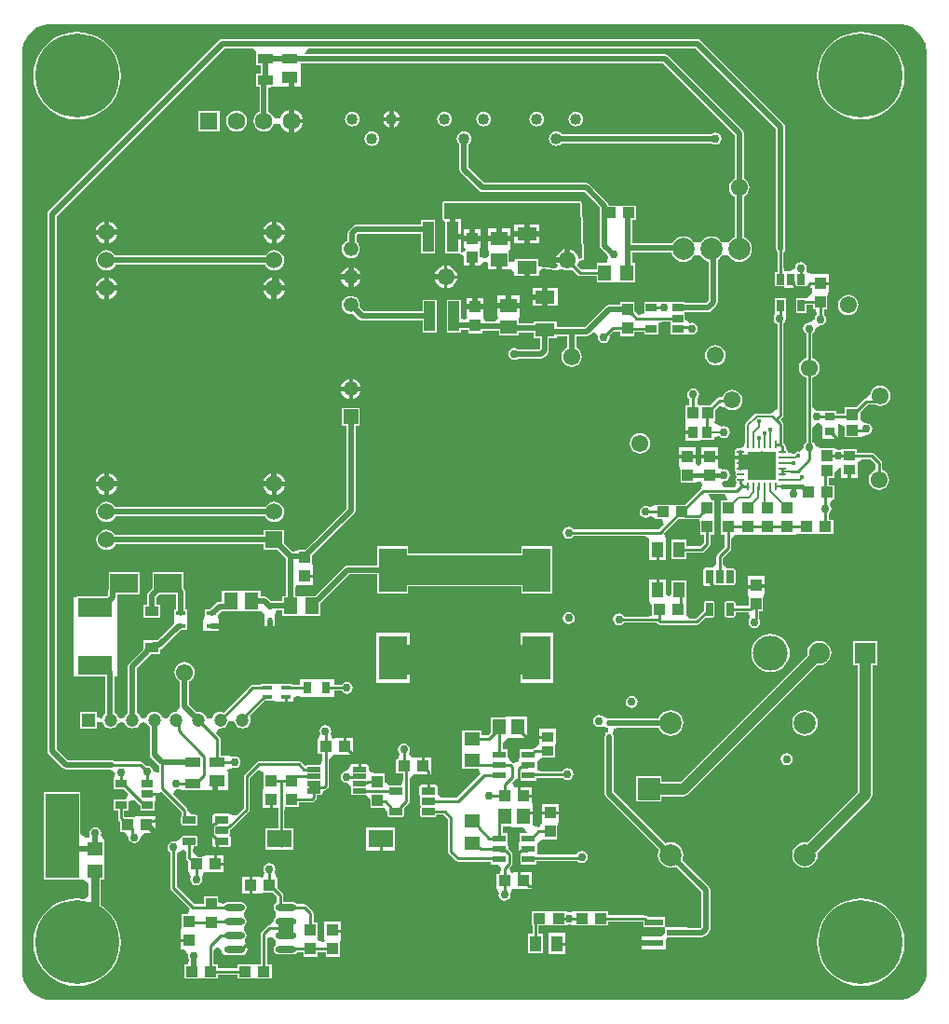
<source format=gtl>
G04*
G04 #@! TF.GenerationSoftware,Altium Limited,Altium Designer,20.0.11 (256)*
G04*
G04 Layer_Physical_Order=1*
G04 Layer_Color=255*
%FSLAX25Y25*%
%MOIN*%
G70*
G01*
G75*
%ADD13C,0.01000*%
%ADD17C,0.00800*%
%ADD19R,0.06693X0.02362*%
%ADD20R,0.02756X0.03937*%
%ADD21R,0.04331X0.03937*%
%ADD22R,0.03900X0.04300*%
%ADD23R,0.04300X0.03900*%
%ADD24R,0.05118X0.05906*%
%ADD25R,0.03937X0.02756*%
G04:AMPARAMS|DCode=26|XSize=25.59mil|YSize=47.24mil|CornerRadius=1.92mil|HoleSize=0mil|Usage=FLASHONLY|Rotation=270.000|XOffset=0mil|YOffset=0mil|HoleType=Round|Shape=RoundedRectangle|*
%AMROUNDEDRECTD26*
21,1,0.02559,0.04341,0,0,270.0*
21,1,0.02175,0.04724,0,0,270.0*
1,1,0.00384,-0.02170,-0.01088*
1,1,0.00384,-0.02170,0.01088*
1,1,0.00384,0.02170,0.01088*
1,1,0.00384,0.02170,-0.01088*
%
%ADD26ROUNDEDRECTD26*%
%ADD27O,0.07480X0.02362*%
%ADD28R,0.03976X0.05787*%
%ADD29R,0.04724X0.05709*%
G04:AMPARAMS|DCode=30|XSize=17.72mil|YSize=49.21mil|CornerRadius=1.95mil|HoleSize=0mil|Usage=FLASHONLY|Rotation=270.000|XOffset=0mil|YOffset=0mil|HoleType=Round|Shape=RoundedRectangle|*
%AMROUNDEDRECTD30*
21,1,0.01772,0.04532,0,0,270.0*
21,1,0.01382,0.04921,0,0,270.0*
1,1,0.00390,-0.02266,-0.00691*
1,1,0.00390,-0.02266,0.00691*
1,1,0.00390,0.02266,0.00691*
1,1,0.00390,0.02266,-0.00691*
%
%ADD30ROUNDEDRECTD30*%
%ADD31R,0.04803X0.02441*%
%ADD32R,0.03937X0.04331*%
G04:AMPARAMS|DCode=33|XSize=9.84mil|YSize=23.62mil|CornerRadius=1.97mil|HoleSize=0mil|Usage=FLASHONLY|Rotation=270.000|XOffset=0mil|YOffset=0mil|HoleType=Round|Shape=RoundedRectangle|*
%AMROUNDEDRECTD33*
21,1,0.00984,0.01968,0,0,270.0*
21,1,0.00591,0.02362,0,0,270.0*
1,1,0.00394,-0.00984,-0.00295*
1,1,0.00394,-0.00984,0.00295*
1,1,0.00394,0.00984,0.00295*
1,1,0.00394,0.00984,-0.00295*
%
%ADD33ROUNDEDRECTD33*%
G04:AMPARAMS|DCode=34|XSize=9.84mil|YSize=23.62mil|CornerRadius=1.97mil|HoleSize=0mil|Usage=FLASHONLY|Rotation=180.000|XOffset=0mil|YOffset=0mil|HoleType=Round|Shape=RoundedRectangle|*
%AMROUNDEDRECTD34*
21,1,0.00984,0.01968,0,0,180.0*
21,1,0.00591,0.02362,0,0,180.0*
1,1,0.00394,-0.00295,0.00984*
1,1,0.00394,0.00295,0.00984*
1,1,0.00394,0.00295,-0.00984*
1,1,0.00394,-0.00295,-0.00984*
%
%ADD34ROUNDEDRECTD34*%
G04:AMPARAMS|DCode=35|XSize=25.59mil|YSize=47.24mil|CornerRadius=1.92mil|HoleSize=0mil|Usage=FLASHONLY|Rotation=0.000|XOffset=0mil|YOffset=0mil|HoleType=Round|Shape=RoundedRectangle|*
%AMROUNDEDRECTD35*
21,1,0.02559,0.04341,0,0,0.0*
21,1,0.02175,0.04724,0,0,0.0*
1,1,0.00384,0.01088,-0.02170*
1,1,0.00384,-0.01088,-0.02170*
1,1,0.00384,-0.01088,0.02170*
1,1,0.00384,0.01088,0.02170*
%
%ADD35ROUNDEDRECTD35*%
%ADD36R,0.09843X0.06693*%
%ADD37R,0.04803X0.03583*%
%ADD38R,0.12402X0.07008*%
%ADD39R,0.03543X0.01575*%
%ADD40R,0.03543X0.02756*%
%ADD41R,0.03543X0.03937*%
%ADD42R,0.05906X0.05118*%
%ADD43R,0.07087X0.04528*%
%ADD44R,0.09843X0.15748*%
%ADD45R,0.01575X0.01890*%
%ADD46R,0.03937X0.10630*%
%ADD47R,0.08583X0.06299*%
%ADD48R,0.08661X0.06299*%
%ADD49R,0.05512X0.04331*%
%ADD50R,0.05512X0.03543*%
%ADD51R,0.02756X0.03937*%
%ADD52R,0.03543X0.01575*%
%ADD53R,0.03937X0.04331*%
%ADD54R,0.04331X0.03937*%
%ADD55R,0.05709X0.04724*%
%ADD56R,0.03937X0.03543*%
%ADD106C,0.04724*%
%ADD107R,0.04724X0.04724*%
%ADD110C,0.07874*%
%ADD111R,0.07874X0.07874*%
%ADD113R,0.12000X0.30000*%
G04:AMPARAMS|DCode=114|XSize=102.36mil|YSize=102.36mil|CornerRadius=2.05mil|HoleSize=0mil|Usage=FLASHONLY|Rotation=180.000|XOffset=0mil|YOffset=0mil|HoleType=Round|Shape=RoundedRectangle|*
%AMROUNDEDRECTD114*
21,1,0.10236,0.09827,0,0,180.0*
21,1,0.09827,0.10236,0,0,180.0*
1,1,0.00409,-0.04913,0.04913*
1,1,0.00409,0.04913,0.04913*
1,1,0.00409,0.04913,-0.04913*
1,1,0.00409,-0.04913,-0.04913*
%
%ADD114ROUNDEDRECTD114*%
%ADD115C,0.02000*%
%ADD116C,0.01200*%
%ADD117C,0.01500*%
%ADD118C,0.04000*%
%ADD119C,0.03000*%
%ADD120R,0.02733X0.05540*%
%ADD121R,0.04138X0.02721*%
%ADD122R,0.05701X0.05000*%
%ADD123R,0.52000X0.10500*%
%ADD124R,0.57500X0.11000*%
%ADD125C,0.05228*%
%ADD126R,0.05228X0.05228*%
%ADD127R,0.06260X0.06260*%
%ADD128C,0.06260*%
%ADD129C,0.10000*%
%ADD130R,0.07500X0.07500*%
%ADD131C,0.07500*%
%ADD132C,0.12500*%
%ADD133C,0.06000*%
%ADD134R,0.06000X0.06000*%
%ADD135C,0.04000*%
%ADD136C,0.30000*%
%ADD137C,0.06102*%
%ADD138C,0.03000*%
%ADD139C,0.01968*%
%ADD140C,0.01600*%
G36*
X313500Y349000D02*
X314485Y349000D01*
X316417Y348616D01*
X318237Y347862D01*
X319875Y346767D01*
X321268Y345375D01*
X322362Y343737D01*
X323116Y341917D01*
X323330Y340840D01*
X323500Y339000D01*
Y339000D01*
X323500D01*
X323500Y339000D01*
X323500Y10000D01*
Y9015D01*
X323116Y7083D01*
X322362Y5263D01*
X321268Y3625D01*
X319875Y2232D01*
X318237Y1138D01*
X316417Y384D01*
X314485Y0D01*
X313500D01*
Y0D01*
X10000D01*
X9015Y-0D01*
X7083Y384D01*
X5263Y1138D01*
X3625Y2232D01*
X2232Y3625D01*
X1138Y5263D01*
X384Y7083D01*
X-0Y9015D01*
X0Y10000D01*
Y339000D01*
X-0Y339985D01*
X384Y341917D01*
X1138Y343737D01*
X2232Y345375D01*
X3625Y346767D01*
X5263Y347862D01*
X7083Y348616D01*
X9015Y349000D01*
X10000Y349000D01*
X10000Y349000D01*
X313500Y349000D01*
D02*
G37*
%LPC*%
G36*
X132750Y317927D02*
Y315750D01*
X134927D01*
X134923Y315783D01*
X134620Y316513D01*
X134140Y317140D01*
X133513Y317620D01*
X132783Y317923D01*
X132750Y317927D01*
D02*
G37*
G36*
X131250D02*
X131217Y317923D01*
X130487Y317620D01*
X129860Y317140D01*
X129379Y316513D01*
X129077Y315783D01*
X129073Y315750D01*
X131250D01*
Y317927D01*
D02*
G37*
G36*
X96981Y318397D02*
Y315080D01*
X100297D01*
X100254Y315409D01*
X99838Y316413D01*
X99176Y317276D01*
X98313Y317938D01*
X97309Y318354D01*
X96981Y318397D01*
D02*
G37*
G36*
X300000Y346148D02*
X297552Y345956D01*
X295164Y345382D01*
X292896Y344443D01*
X290802Y343160D01*
X288935Y341565D01*
X287340Y339698D01*
X286057Y337604D01*
X285118Y335336D01*
X284544Y332948D01*
X284352Y330500D01*
X284544Y328052D01*
X285118Y325664D01*
X286057Y323396D01*
X287340Y321302D01*
X288935Y319435D01*
X290802Y317840D01*
X292896Y316557D01*
X295164Y315618D01*
X297552Y315044D01*
X300000Y314852D01*
X302448Y315044D01*
X304836Y315618D01*
X307104Y316557D01*
X309198Y317840D01*
X311065Y319435D01*
X312660Y321302D01*
X313943Y323396D01*
X314882Y325664D01*
X315456Y328052D01*
X315648Y330500D01*
X315456Y332948D01*
X314882Y335336D01*
X313943Y337604D01*
X312660Y339698D01*
X311065Y341565D01*
X309198Y343160D01*
X307104Y344443D01*
X304836Y345382D01*
X302448Y345956D01*
X300000Y346148D01*
D02*
G37*
G36*
X19500D02*
X17052Y345956D01*
X14664Y345382D01*
X12396Y344443D01*
X10302Y343160D01*
X8435Y341565D01*
X6840Y339698D01*
X5557Y337604D01*
X4618Y335336D01*
X4044Y332948D01*
X3852Y330500D01*
X4044Y328052D01*
X4618Y325664D01*
X5557Y323396D01*
X6840Y321302D01*
X8435Y319435D01*
X10302Y317840D01*
X12396Y316557D01*
X14664Y315618D01*
X17052Y315044D01*
X19500Y314852D01*
X21948Y315044D01*
X24336Y315618D01*
X26604Y316557D01*
X28698Y317840D01*
X30565Y319435D01*
X32160Y321302D01*
X33443Y323396D01*
X34382Y325664D01*
X34956Y328052D01*
X35148Y330500D01*
X34956Y332948D01*
X34382Y335336D01*
X33443Y337604D01*
X32160Y339698D01*
X30565Y341565D01*
X28698Y343160D01*
X26604Y344443D01*
X24336Y345382D01*
X21948Y345956D01*
X19500Y346148D01*
D02*
G37*
G36*
X198000Y317622D02*
X197321Y317533D01*
X196689Y317271D01*
X196146Y316854D01*
X195729Y316311D01*
X195467Y315679D01*
X195378Y315000D01*
X195467Y314321D01*
X195729Y313689D01*
X196146Y313146D01*
X196689Y312729D01*
X197321Y312467D01*
X198000Y312378D01*
X198679Y312467D01*
X199311Y312729D01*
X199854Y313146D01*
X200271Y313689D01*
X200533Y314321D01*
X200622Y315000D01*
X200533Y315679D01*
X200271Y316311D01*
X199854Y316854D01*
X199311Y317271D01*
X198679Y317533D01*
X198000Y317622D01*
D02*
G37*
G36*
X184000D02*
X183321Y317533D01*
X182689Y317271D01*
X182146Y316854D01*
X181729Y316311D01*
X181467Y315679D01*
X181378Y315000D01*
X181467Y314321D01*
X181729Y313689D01*
X182146Y313146D01*
X182689Y312729D01*
X183321Y312467D01*
X184000Y312378D01*
X184679Y312467D01*
X185311Y312729D01*
X185854Y313146D01*
X186271Y313689D01*
X186533Y314321D01*
X186622Y315000D01*
X186533Y315679D01*
X186271Y316311D01*
X185854Y316854D01*
X185311Y317271D01*
X184679Y317533D01*
X184000Y317622D01*
D02*
G37*
G36*
X165000D02*
X164321Y317533D01*
X163689Y317271D01*
X163146Y316854D01*
X162729Y316311D01*
X162467Y315679D01*
X162378Y315000D01*
X162467Y314321D01*
X162729Y313689D01*
X163146Y313146D01*
X163689Y312729D01*
X164321Y312467D01*
X165000Y312378D01*
X165679Y312467D01*
X166311Y312729D01*
X166854Y313146D01*
X167271Y313689D01*
X167533Y314321D01*
X167622Y315000D01*
X167533Y315679D01*
X167271Y316311D01*
X166854Y316854D01*
X166311Y317271D01*
X165679Y317533D01*
X165000Y317622D01*
D02*
G37*
G36*
X151000D02*
X150321Y317533D01*
X149689Y317271D01*
X149146Y316854D01*
X148729Y316311D01*
X148467Y315679D01*
X148378Y315000D01*
X148467Y314321D01*
X148729Y313689D01*
X149146Y313146D01*
X149689Y312729D01*
X150321Y312467D01*
X151000Y312378D01*
X151679Y312467D01*
X152311Y312729D01*
X152854Y313146D01*
X153271Y313689D01*
X153533Y314321D01*
X153622Y315000D01*
X153533Y315679D01*
X153271Y316311D01*
X152854Y316854D01*
X152311Y317271D01*
X151679Y317533D01*
X151000Y317622D01*
D02*
G37*
G36*
X118000D02*
X117321Y317533D01*
X116689Y317271D01*
X116146Y316854D01*
X115729Y316311D01*
X115467Y315679D01*
X115378Y315000D01*
X115467Y314321D01*
X115729Y313689D01*
X116146Y313146D01*
X116689Y312729D01*
X117321Y312467D01*
X118000Y312378D01*
X118679Y312467D01*
X119311Y312729D01*
X119854Y313146D01*
X120271Y313689D01*
X120533Y314321D01*
X120622Y315000D01*
X120533Y315679D01*
X120271Y316311D01*
X119854Y316854D01*
X119311Y317271D01*
X118679Y317533D01*
X118000Y317622D01*
D02*
G37*
G36*
X134927Y314250D02*
X132750D01*
Y312073D01*
X132783Y312077D01*
X133513Y312380D01*
X134140Y312860D01*
X134620Y313487D01*
X134923Y314217D01*
X134927Y314250D01*
D02*
G37*
G36*
X131250D02*
X129073D01*
X129077Y314217D01*
X129379Y313487D01*
X129860Y312860D01*
X130487Y312380D01*
X131217Y312077D01*
X131250Y312073D01*
Y314250D01*
D02*
G37*
G36*
X70433Y318060D02*
X62973D01*
Y310601D01*
X70433D01*
Y318060D01*
D02*
G37*
G36*
X76545Y318093D02*
X75572Y317964D01*
X74664Y317589D01*
X73885Y316991D01*
X73287Y316212D01*
X72912Y315304D01*
X72783Y314331D01*
X72912Y313357D01*
X73287Y312449D01*
X73885Y311670D01*
X74664Y311072D01*
X75572Y310697D01*
X76545Y310568D01*
X77519Y310697D01*
X78426Y311072D01*
X79206Y311670D01*
X79804Y312449D01*
X80179Y313357D01*
X80308Y314331D01*
X80179Y315304D01*
X79804Y316212D01*
X79206Y316991D01*
X78426Y317589D01*
X77519Y317964D01*
X76545Y318093D01*
D02*
G37*
G36*
X100297Y313580D02*
X96981D01*
Y310264D01*
X97309Y310307D01*
X98313Y310723D01*
X99176Y311385D01*
X99838Y312248D01*
X100254Y313252D01*
X100297Y313580D01*
D02*
G37*
G36*
X191000Y310622D02*
X190321Y310533D01*
X189689Y310271D01*
X189146Y309854D01*
X188729Y309311D01*
X188467Y308679D01*
X188378Y308000D01*
X188467Y307321D01*
X188729Y306689D01*
X189146Y306146D01*
X189689Y305729D01*
X190321Y305467D01*
X191000Y305378D01*
X191679Y305467D01*
X192311Y305729D01*
X192854Y306146D01*
X193026Y306369D01*
X246662D01*
X247181Y306022D01*
X248000Y305859D01*
X248819Y306022D01*
X249514Y306486D01*
X249978Y307181D01*
X250141Y308000D01*
X249978Y308819D01*
X249514Y309514D01*
X248819Y309978D01*
X248000Y310141D01*
X247181Y309978D01*
X246662Y309631D01*
X193026D01*
X192854Y309854D01*
X192311Y310271D01*
X191679Y310533D01*
X191000Y310622D01*
D02*
G37*
G36*
X125000D02*
X124321Y310533D01*
X123689Y310271D01*
X123146Y309854D01*
X122729Y309311D01*
X122467Y308679D01*
X122378Y308000D01*
X122467Y307321D01*
X122729Y306689D01*
X123146Y306146D01*
X123689Y305729D01*
X124321Y305467D01*
X125000Y305378D01*
X125679Y305467D01*
X126311Y305729D01*
X126854Y306146D01*
X127271Y306689D01*
X127533Y307321D01*
X127622Y308000D01*
X127533Y308679D01*
X127271Y309311D01*
X126854Y309854D01*
X126311Y310271D01*
X125679Y310533D01*
X125000Y310622D01*
D02*
G37*
G36*
X147738Y278915D02*
X142601D01*
Y277131D01*
X119323D01*
X119323Y277131D01*
X118698Y277007D01*
X118169Y276654D01*
X116783Y275268D01*
X116430Y274739D01*
X116305Y274114D01*
Y271484D01*
X115879Y271308D01*
X115208Y270792D01*
X114692Y270121D01*
X114369Y269339D01*
X114258Y268500D01*
X114369Y267661D01*
X114692Y266879D01*
X114918Y266585D01*
D01*
X115208Y266208D01*
X115879Y265692D01*
X116661Y265369D01*
X117500Y265258D01*
X118339Y265369D01*
X119121Y265692D01*
X119792Y266208D01*
X120308Y266879D01*
X120631Y267661D01*
X120742Y268500D01*
X120631Y269339D01*
X120308Y270121D01*
X119792Y270792D01*
X119568Y270964D01*
Y273439D01*
X119998Y273869D01*
X142601D01*
Y267085D01*
X147738D01*
Y275839D01*
Y278915D01*
D02*
G37*
G36*
X90750Y278436D02*
Y275250D01*
X93936D01*
X93897Y275544D01*
X93494Y276517D01*
X92853Y277353D01*
X92017Y277994D01*
X91044Y278397D01*
X90750Y278436D01*
D02*
G37*
G36*
X30750D02*
Y275250D01*
X33936D01*
X33897Y275544D01*
X33494Y276517D01*
X32853Y277353D01*
X32017Y277994D01*
X31044Y278397D01*
X30750Y278436D01*
D02*
G37*
G36*
X89250D02*
X88956Y278397D01*
X87983Y277994D01*
X87147Y277353D01*
X86506Y276517D01*
X86103Y275544D01*
X86064Y275250D01*
X89250D01*
Y278436D01*
D02*
G37*
G36*
X29250D02*
X28956Y278397D01*
X27983Y277994D01*
X27147Y277353D01*
X26506Y276517D01*
X26103Y275544D01*
X26064Y275250D01*
X29250D01*
Y278436D01*
D02*
G37*
G36*
X93936Y273750D02*
X90750D01*
Y270564D01*
X91044Y270603D01*
X92017Y271006D01*
X92853Y271647D01*
X93494Y272483D01*
X93897Y273456D01*
X93936Y273750D01*
D02*
G37*
G36*
X33936D02*
X30750D01*
Y270564D01*
X31044Y270603D01*
X32017Y271006D01*
X32853Y271647D01*
X33494Y272483D01*
X33897Y273456D01*
X33936Y273750D01*
D02*
G37*
G36*
X89250D02*
X86064D01*
X86103Y273456D01*
X86506Y272483D01*
X87147Y271647D01*
X87983Y271006D01*
X88956Y270603D01*
X89250Y270564D01*
Y273750D01*
D02*
G37*
G36*
X29250D02*
X26064D01*
X26103Y273456D01*
X26506Y272483D01*
X27147Y271647D01*
X27983Y271006D01*
X28956Y270603D01*
X29250Y270564D01*
Y273750D01*
D02*
G37*
G36*
X90000Y268131D02*
X89060Y268007D01*
X88184Y267645D01*
X87432Y267068D01*
X86855Y266316D01*
X86779Y266131D01*
X33221D01*
X33145Y266316D01*
X32568Y267068D01*
X31815Y267645D01*
X30940Y268007D01*
X30000Y268131D01*
X29060Y268007D01*
X28185Y267645D01*
X27433Y267068D01*
X26855Y266316D01*
X26493Y265440D01*
X26369Y264500D01*
X26493Y263560D01*
X26855Y262684D01*
X27433Y261932D01*
X28185Y261355D01*
X29060Y260993D01*
X30000Y260869D01*
X30940Y260993D01*
X31815Y261355D01*
X32568Y261932D01*
X33145Y262684D01*
X33221Y262869D01*
X86779D01*
X86855Y262684D01*
X87432Y261932D01*
X88184Y261355D01*
X89060Y260993D01*
X90000Y260869D01*
X90940Y260993D01*
X91816Y261355D01*
X92568Y261932D01*
X93145Y262684D01*
X93507Y263560D01*
X93631Y264500D01*
X93507Y265440D01*
X93145Y266316D01*
X92568Y267068D01*
X91816Y267645D01*
X90940Y268007D01*
X90000Y268131D01*
D02*
G37*
G36*
X118500Y261998D02*
Y259500D01*
X120998D01*
X120657Y260323D01*
X120078Y261078D01*
X119323Y261657D01*
X118500Y261998D01*
D02*
G37*
G36*
X116500D02*
X115677Y261657D01*
D01*
X114922Y261078D01*
X114918Y261072D01*
X114343Y260323D01*
X113979Y259443D01*
X113953Y259250D01*
X116500D01*
Y261998D01*
D02*
G37*
G36*
X152000Y262520D02*
Y259000D01*
X155520D01*
X155447Y259558D01*
X155039Y260543D01*
X154389Y261389D01*
X153543Y262039D01*
X152558Y262447D01*
X152000Y262520D01*
D02*
G37*
G36*
X151000D02*
X150442Y262447D01*
X149457Y262039D01*
X148611Y261389D01*
X147961Y260543D01*
X147553Y259558D01*
X147480Y259000D01*
X151000D01*
Y262520D01*
D02*
G37*
G36*
X90750Y258436D02*
Y255250D01*
X93936D01*
X93897Y255544D01*
X93494Y256517D01*
X92853Y257353D01*
X92017Y257994D01*
X91044Y258397D01*
X90750Y258436D01*
D02*
G37*
G36*
X30750D02*
Y255250D01*
X33936D01*
X33897Y255544D01*
X33494Y256517D01*
X32853Y257353D01*
X32017Y257994D01*
X31044Y258397D01*
X30750Y258436D01*
D02*
G37*
G36*
X89250D02*
X88956Y258397D01*
X87983Y257994D01*
X87147Y257353D01*
X86506Y256517D01*
X86103Y255544D01*
X86064Y255250D01*
X89250D01*
Y258436D01*
D02*
G37*
G36*
X29250D02*
X28956Y258397D01*
X27983Y257994D01*
X27147Y257353D01*
X26506Y256517D01*
X26103Y255544D01*
X26064Y255250D01*
X29250D01*
Y258436D01*
D02*
G37*
G36*
X120998Y257500D02*
X118500D01*
Y255002D01*
X119323Y255343D01*
X120078Y255922D01*
X120657Y256677D01*
X120998Y257500D01*
D02*
G37*
G36*
X116500Y257750D02*
X113953D01*
X113979Y257557D01*
X114343Y256677D01*
X114918Y255928D01*
X114922Y255922D01*
X115677Y255343D01*
X116500Y255002D01*
Y257750D01*
D02*
G37*
G36*
X155520Y258000D02*
X152000D01*
Y254480D01*
X152558Y254553D01*
X153543Y254961D01*
X154389Y255611D01*
X155039Y256457D01*
X155447Y257442D01*
X155520Y258000D01*
D02*
G37*
G36*
X151000D02*
X147480D01*
X147553Y257442D01*
X147961Y256457D01*
X148611Y255611D01*
X149457Y254961D01*
X150442Y254553D01*
X151000Y254480D01*
Y258000D01*
D02*
G37*
G36*
X186000Y254669D02*
X182457D01*
Y252406D01*
X186000D01*
Y254669D01*
D02*
G37*
G36*
X93936Y253750D02*
X90750D01*
Y250564D01*
X91044Y250603D01*
X92017Y251006D01*
X92853Y251647D01*
X93494Y252483D01*
X93897Y253456D01*
X93936Y253750D01*
D02*
G37*
G36*
X33936D02*
X30750D01*
Y250564D01*
X31044Y250603D01*
X32017Y251006D01*
X32853Y251647D01*
X33494Y252483D01*
X33897Y253456D01*
X33936Y253750D01*
D02*
G37*
G36*
X89250D02*
X86064D01*
X86103Y253456D01*
X86506Y252483D01*
X87147Y251647D01*
X87983Y251006D01*
X88956Y250603D01*
X89250Y250564D01*
Y253750D01*
D02*
G37*
G36*
X29250D02*
X26064D01*
X26103Y253456D01*
X26506Y252483D01*
X27147Y251647D01*
X27983Y251006D01*
X28956Y250603D01*
X29250Y250564D01*
Y253750D01*
D02*
G37*
G36*
X177953Y251799D02*
X175000D01*
Y249240D01*
X177953D01*
Y251799D01*
D02*
G37*
G36*
X173000D02*
X170047D01*
Y249240D01*
X173000D01*
Y251799D01*
D02*
G37*
G36*
X164969Y251012D02*
X163000D01*
Y248847D01*
X164969D01*
Y251012D01*
D02*
G37*
G36*
X161000D02*
X159031D01*
Y248847D01*
X161000D01*
Y251012D01*
D02*
G37*
G36*
X191543Y254669D02*
X188000D01*
Y251406D01*
Y248142D01*
X191543D01*
Y254669D01*
D02*
G37*
G36*
X186000Y250406D02*
X182457D01*
Y248142D01*
X186000D01*
Y250406D01*
D02*
G37*
G36*
X295500Y252183D02*
X294547Y252057D01*
X293659Y251689D01*
X292896Y251104D01*
X292311Y250341D01*
X291943Y249453D01*
X291817Y248500D01*
X291943Y247547D01*
X292311Y246659D01*
X292896Y245896D01*
X293659Y245311D01*
X294547Y244943D01*
X295500Y244817D01*
X296453Y244943D01*
X297341Y245311D01*
X298104Y245896D01*
X298689Y246659D01*
X299057Y247547D01*
X299183Y248500D01*
X299057Y249453D01*
X298689Y250341D01*
X298104Y251104D01*
X297341Y251689D01*
X296453Y252057D01*
X295500Y252183D01*
D02*
G37*
G36*
X241500Y343631D02*
X71500D01*
X70876Y343507D01*
X70346Y343154D01*
X9347Y282154D01*
X8993Y281624D01*
X8869Y281000D01*
Y89000D01*
X8993Y88376D01*
X9347Y87846D01*
X14346Y82846D01*
X14876Y82493D01*
X15500Y82369D01*
X31288D01*
X32402Y81784D01*
X33115Y80931D01*
X32707Y79190D01*
X32707Y79190D01*
Y75235D01*
X36258D01*
X37782Y73710D01*
X36954Y71710D01*
X36213Y71710D01*
X32707D01*
Y67754D01*
X34154D01*
Y64831D01*
X34154Y64831D01*
X34239Y64402D01*
X34482Y64038D01*
X34888Y63632D01*
Y60081D01*
X36393D01*
X36733Y59839D01*
X37859Y58100D01*
X38022Y57281D01*
X38486Y56586D01*
X39181Y56122D01*
X40000Y55959D01*
X40819Y56122D01*
X41514Y56586D01*
X41978Y57281D01*
X42141Y58100D01*
X43677Y59667D01*
X43711Y59681D01*
X47512D01*
Y65618D01*
X41181D01*
Y65618D01*
X39347Y65219D01*
X36474D01*
X36397Y65296D01*
Y67754D01*
X37844D01*
Y69987D01*
X37844Y70820D01*
X39844Y71648D01*
X41675Y69817D01*
X41675Y69817D01*
X42039Y69574D01*
X42156Y69551D01*
Y67754D01*
X47293D01*
Y71094D01*
X47693D01*
Y73654D01*
X47775Y73719D01*
X49693Y74378D01*
X56901Y67170D01*
Y65823D01*
X56777Y65637D01*
X56715Y65328D01*
Y63152D01*
X56777Y62844D01*
X56952Y62582D01*
X57214Y62407D01*
X57523Y62345D01*
X61863D01*
X62172Y62407D01*
X62434Y62582D01*
X62609Y62844D01*
X62671Y63152D01*
Y65328D01*
X62609Y65637D01*
X62434Y65899D01*
X62172Y66074D01*
X61863Y66135D01*
X60365D01*
X59144Y67635D01*
X59059Y68064D01*
X58816Y68428D01*
X58816Y68428D01*
X53794Y73449D01*
X54805Y75267D01*
X55047Y75219D01*
X55713Y75351D01*
X55859Y75340D01*
X57713Y74988D01*
Y74988D01*
X63977D01*
X65965Y74982D01*
X65975Y74982D01*
Y74982D01*
X73487D01*
Y80634D01*
X73487Y81313D01*
X73256Y82368D01*
X75090Y82952D01*
X75910Y82789D01*
X76729Y82952D01*
X77424Y83416D01*
X77888Y84111D01*
X78051Y84930D01*
X77888Y85750D01*
X77424Y86444D01*
X76729Y86909D01*
X75910Y87072D01*
X75090Y86909D01*
X75087Y86906D01*
X73087Y87212D01*
Y87212D01*
X70852D01*
Y93190D01*
X70852Y93190D01*
X70767Y93620D01*
X70524Y93984D01*
X69230Y95277D01*
X69819Y96642D01*
X70252Y97084D01*
X70795Y97012D01*
X71569Y97114D01*
X72289Y97413D01*
X72908Y97887D01*
X73383Y98506D01*
X73681Y99227D01*
X73724Y99549D01*
X75741D01*
X75783Y99227D01*
X76082Y98506D01*
X76557Y97887D01*
X77175Y97413D01*
X77896Y97114D01*
X78669Y97012D01*
X79443Y97114D01*
X80163Y97413D01*
X80782Y97887D01*
X81257Y98506D01*
X81555Y99227D01*
X81657Y100000D01*
X81555Y100773D01*
X81257Y101494D01*
X81206Y101560D01*
X86685Y107038D01*
X89557Y107038D01*
X91391Y106638D01*
X91676Y106638D01*
X96935D01*
Y107894D01*
X98935Y108821D01*
X99244Y108559D01*
Y108425D01*
X111449D01*
X111449Y108425D01*
Y110453D01*
X114224D01*
X114486Y110061D01*
X115181Y109597D01*
X116000Y109434D01*
X116819Y109597D01*
X117514Y110061D01*
X117978Y110755D01*
X118141Y111575D01*
X117978Y112394D01*
X117514Y113089D01*
X116819Y113553D01*
X116000Y113716D01*
X115181Y113553D01*
X114486Y113089D01*
X114224Y112696D01*
X111449D01*
Y114724D01*
X99244D01*
Y112696D01*
X96535D01*
Y112962D01*
X91842D01*
X91791Y112962D01*
X89842D01*
X89791Y112962D01*
X85098D01*
Y112696D01*
X82370D01*
X81941Y112611D01*
X81577Y112368D01*
X81577Y112368D01*
X71941Y102732D01*
X71569Y102886D01*
X70795Y102988D01*
X70022Y102886D01*
X69301Y102587D01*
X68683Y102113D01*
X68208Y101494D01*
X67909Y100773D01*
X67867Y100451D01*
X65850D01*
X65807Y100773D01*
X65509Y101494D01*
X65034Y102113D01*
X64415Y102587D01*
X63695Y102886D01*
X62921Y102988D01*
X62320Y102909D01*
X59631Y105597D01*
Y113824D01*
X59841Y113911D01*
X60604Y114496D01*
X61189Y115259D01*
X61557Y116147D01*
X61683Y117100D01*
X61557Y118053D01*
X61189Y118941D01*
X60604Y119704D01*
X59841Y120289D01*
X58953Y120657D01*
X58000Y120783D01*
X57047Y120657D01*
X56159Y120289D01*
X55396Y119704D01*
X54811Y118941D01*
X54443Y118053D01*
X54317Y117100D01*
X54443Y116147D01*
X54811Y115259D01*
X55396Y114496D01*
X56159Y113911D01*
X56369Y113824D01*
Y104921D01*
X56406Y104734D01*
X56365Y104603D01*
X55408Y103314D01*
X55047Y102988D01*
X54274Y102886D01*
X53553Y102587D01*
X52935Y102113D01*
X52460Y101494D01*
X52236Y100954D01*
X51110Y100717D01*
X49984Y100954D01*
X49761Y101494D01*
X49286Y102113D01*
X48667Y102587D01*
X47947Y102886D01*
X47173Y102988D01*
X46400Y102886D01*
X45679Y102587D01*
X45061Y102113D01*
X44586Y101494D01*
X44362Y100954D01*
X43236Y100717D01*
X42110Y100954D01*
X41887Y101494D01*
X41412Y102113D01*
X40931Y102482D01*
Y118561D01*
X45878Y123508D01*
X45987Y123672D01*
X49128D01*
Y125239D01*
X49672Y125347D01*
X50201Y125701D01*
X56634Y132134D01*
X57112Y132229D01*
X57292Y132349D01*
X58860D01*
Y134876D01*
X58860Y135124D01*
Y136876D01*
X58860Y137124D01*
Y139651D01*
X58119D01*
Y145992D01*
X57995Y146616D01*
X57642Y147146D01*
X57553Y147235D01*
Y152821D01*
X46510D01*
Y147235D01*
X44972Y145697D01*
X44619Y145168D01*
X44495Y144543D01*
Y141328D01*
X43124D01*
Y136546D01*
X49128D01*
Y141328D01*
X47757D01*
Y143868D01*
X48817Y144928D01*
X54857D01*
Y139651D01*
X54116D01*
Y137124D01*
X54116Y136876D01*
Y135124D01*
X54116Y134876D01*
Y134231D01*
X48371Y128486D01*
X46917D01*
X46760Y128454D01*
X43124D01*
Y125429D01*
X43109Y125353D01*
X38146Y120390D01*
X37792Y119860D01*
X37668Y119236D01*
Y102482D01*
X37187Y102113D01*
X36712Y101494D01*
X36488Y100954D01*
X35362Y100717D01*
X34236Y100954D01*
X34013Y101494D01*
X33538Y102113D01*
X32919Y102587D01*
X32832Y102623D01*
Y115601D01*
X33873D01*
Y143354D01*
X33994Y143961D01*
Y144928D01*
X41805D01*
Y152821D01*
X30762D01*
Y146685D01*
X30731Y146528D01*
Y144636D01*
X30494Y144399D01*
X19199D01*
Y144101D01*
X18127D01*
Y115601D01*
X29569D01*
Y102310D01*
X29313Y102113D01*
X28838Y101494D01*
X28539Y100773D01*
X28513Y100742D01*
X26513Y100796D01*
Y102962D01*
X20589D01*
Y97038D01*
X26513D01*
Y99204D01*
X28513Y99258D01*
X28539Y99227D01*
X28838Y98506D01*
X29313Y97887D01*
X29931Y97413D01*
X30652Y97114D01*
X31425Y97012D01*
X32199Y97114D01*
X32919Y97413D01*
X33538Y97887D01*
X34013Y98506D01*
X34236Y99046D01*
X35362Y99283D01*
X36488Y99046D01*
X36712Y98506D01*
X37187Y97887D01*
X37805Y97413D01*
X38526Y97114D01*
X39299Y97012D01*
X40073Y97114D01*
X40793Y97413D01*
X41412Y97887D01*
X41887Y98506D01*
X42110Y99046D01*
X43236Y99283D01*
X44362Y99046D01*
X44586Y98506D01*
X45061Y97887D01*
X45542Y97518D01*
Y87667D01*
X45666Y87043D01*
X46020Y86513D01*
X48847Y83687D01*
X48878Y83665D01*
Y81263D01*
X48245Y81233D01*
X46866Y81500D01*
X46703Y82319D01*
X46238Y83014D01*
X45544Y83478D01*
X44724Y83641D01*
X44262Y83549D01*
X43018Y84793D01*
X42654Y85036D01*
X42224Y85122D01*
X42224Y85122D01*
X33088D01*
X33067Y85154D01*
X32538Y85507D01*
X31913Y85631D01*
X16176D01*
X12131Y89676D01*
Y280324D01*
X72176Y340369D01*
X82477D01*
X83644Y338852D01*
X83644Y338369D01*
Y334109D01*
X85369D01*
Y331372D01*
X83644D01*
Y326628D01*
X84757D01*
Y317692D01*
X84507Y317589D01*
X83728Y316991D01*
X83130Y316212D01*
X82754Y315304D01*
X82626Y314331D01*
X82754Y313357D01*
X83130Y312449D01*
X83728Y311670D01*
X84507Y311072D01*
X85414Y310697D01*
X86388Y310568D01*
X87362Y310697D01*
X88269Y311072D01*
X89048Y311670D01*
X89646Y312449D01*
X89957Y313199D01*
X90490Y313334D01*
X91903Y313267D01*
X92242Y313166D01*
X92316Y312988D01*
X92623Y312248D01*
X93285Y311385D01*
X94148Y310723D01*
X95152Y310307D01*
X95481Y310264D01*
Y314331D01*
Y318397D01*
X95152Y318354D01*
X94148Y317938D01*
X93285Y317276D01*
X92623Y316413D01*
X92316Y315673D01*
X92242Y315495D01*
X91903Y315394D01*
X90490Y315327D01*
X89957Y315461D01*
X89646Y316212D01*
X89048Y316991D01*
X88269Y317589D01*
X88019Y317692D01*
Y326366D01*
X90019Y326628D01*
X91905Y326622D01*
X92353Y326622D01*
X99417D01*
Y332274D01*
X99417Y332953D01*
X99620Y334869D01*
X229324D01*
X254869Y309324D01*
Y293776D01*
X254659Y293689D01*
X253896Y293104D01*
X253311Y292341D01*
X252943Y291453D01*
X252817Y290500D01*
X252943Y289547D01*
X253311Y288659D01*
X253896Y287896D01*
X254659Y287311D01*
X254869Y287224D01*
Y272735D01*
X254212Y272463D01*
X253264Y271736D01*
X252596Y270865D01*
X252095Y270788D01*
X250905D01*
X250404Y270865D01*
X249736Y271736D01*
X248788Y272463D01*
X247684Y272920D01*
X246500Y273076D01*
X245316Y272920D01*
X244212Y272463D01*
X243264Y271736D01*
X242596Y270865D01*
X242095Y270788D01*
X240905D01*
X240404Y270865D01*
X239736Y271736D01*
X238788Y272463D01*
X237684Y272920D01*
X236500Y273076D01*
X235316Y272920D01*
X234212Y272463D01*
X233264Y271736D01*
X232537Y270788D01*
X232472Y270631D01*
X218172D01*
Y278950D01*
X219575D01*
Y284050D01*
X214882D01*
X212882Y284050D01*
X212075Y284050D01*
X209862D01*
X209743Y284651D01*
X209389Y285181D01*
X202916Y291653D01*
X202387Y292007D01*
X201763Y292131D01*
X165176D01*
X159631Y297676D01*
Y305975D01*
X159854Y306146D01*
X160271Y306689D01*
X160533Y307321D01*
X160622Y308000D01*
X160533Y308679D01*
X160271Y309311D01*
X159854Y309854D01*
X159311Y310271D01*
X158679Y310533D01*
X158000Y310622D01*
X157321Y310533D01*
X156689Y310271D01*
X156146Y309854D01*
X155729Y309311D01*
X155467Y308679D01*
X155378Y308000D01*
X155467Y307321D01*
X155729Y306689D01*
X156146Y306146D01*
X156369Y305975D01*
Y297000D01*
X156493Y296376D01*
X156846Y295847D01*
X163347Y289347D01*
X163876Y288993D01*
X164500Y288869D01*
X201087D01*
X206604Y283351D01*
Y280000D01*
Y269764D01*
X206729Y269140D01*
X207082Y268611D01*
X209400Y266293D01*
X209522Y265681D01*
X209673Y265454D01*
X209093Y263846D01*
X208787Y263454D01*
X205420D01*
Y261122D01*
X199965D01*
X198565Y262521D01*
X198881Y263717D01*
X199219Y264429D01*
X200263Y264517D01*
X200471Y264624D01*
X200684Y264721D01*
X200690Y264737D01*
X200705Y264744D01*
X200776Y264967D01*
X200858Y265187D01*
X200149Y285023D01*
X200050Y285240D01*
X199959Y285459D01*
X199948Y285464D01*
X199943Y285475D01*
X199720Y285558D01*
X199500Y285649D01*
X151000D01*
X150541Y285459D01*
X150351Y285000D01*
X150350Y280397D01*
X150350Y279315D01*
X150351Y279315D01*
X150541Y278856D01*
X151000Y278665D01*
X151000Y278665D01*
X151262Y278403D01*
Y274920D01*
D01*
Y267085D01*
X156310D01*
X156340Y267012D01*
X156340Y267012D01*
X156340Y267012D01*
D01*
D01*
X156448Y266967D01*
X156528Y266881D01*
X156970Y266678D01*
X157045Y266675D01*
X157107Y266633D01*
D01*
X157926Y265628D01*
X157944Y265588D01*
X158031Y265354D01*
Y262488D01*
X160000D01*
Y265654D01*
X162000D01*
Y262488D01*
X163969D01*
Y262977D01*
X165312Y264102D01*
X166156Y263945D01*
X166255Y263903D01*
X166547Y263174D01*
Y261201D01*
X169500D01*
Y264760D01*
X171500D01*
Y261201D01*
X174453D01*
Y261201D01*
X174453D01*
X174705Y261261D01*
X175957Y260228D01*
Y258831D01*
X179500D01*
Y262094D01*
X181500D01*
Y258831D01*
X185043D01*
Y260140D01*
D01*
Y260523D01*
X186181Y261501D01*
X190608Y260829D01*
X190699Y260852D01*
X190790Y260827D01*
X190790Y260827D01*
X190932Y260909D01*
D01*
X191090Y260948D01*
X191090Y260948D01*
Y260948D01*
X192206Y261195D01*
X193079Y261301D01*
X193592Y261131D01*
X194047Y260943D01*
X195000Y260817D01*
X195953Y260943D01*
X196673Y261241D01*
X198707Y259207D01*
X198707Y259207D01*
X199071Y258964D01*
X199500Y258878D01*
X199500Y258878D01*
X205420D01*
Y256546D01*
X211294D01*
X211345Y256546D01*
X213294D01*
X213345Y256546D01*
X219219D01*
Y263454D01*
X218172D01*
Y267369D01*
X232073D01*
X232080Y267316D01*
X232537Y266212D01*
X233264Y265264D01*
X234212Y264537D01*
X235316Y264080D01*
X236500Y263924D01*
X237684Y264080D01*
X238788Y264537D01*
X239736Y265264D01*
X240404Y266135D01*
X240905Y266212D01*
X242095D01*
X242596Y266135D01*
X243264Y265264D01*
X244212Y264537D01*
X245316Y264080D01*
X245597Y264043D01*
Y250057D01*
X244652Y249112D01*
X237069D01*
Y249458D01*
X233123D01*
X232207Y249458D01*
X231849Y249462D01*
X229969Y249548D01*
X229500Y249641D01*
X227620Y249458D01*
X227620Y249458D01*
X222483D01*
X222483Y245502D01*
X220748Y244862D01*
X220653D01*
X219069Y246446D01*
Y249612D01*
X213931D01*
Y248478D01*
X209846D01*
X209222Y248354D01*
X208693Y248000D01*
X201324Y240631D01*
X191143D01*
Y242458D01*
X182857D01*
Y241809D01*
X177553D01*
Y243347D01*
X177953Y244681D01*
D01*
X177953Y245253D01*
Y245753D01*
Y247240D01*
X174000D01*
X170047D01*
Y245253D01*
X170047Y244681D01*
X170225Y244088D01*
X169278Y242588D01*
X165738D01*
X164791Y244088D01*
X164969Y244681D01*
D01*
X164969Y245253D01*
Y245753D01*
Y246847D01*
X162000D01*
X159031D01*
Y245253D01*
X159031Y244681D01*
X159150Y244285D01*
X158399Y243211D01*
X156899Y243683D01*
Y243812D01*
Y250415D01*
X151762D01*
Y238585D01*
X156899D01*
Y239522D01*
X159432D01*
Y238388D01*
X164568D01*
Y239325D01*
X170447D01*
Y237601D01*
X177553D01*
Y238546D01*
X182857D01*
Y236731D01*
X185135D01*
Y232847D01*
X184919Y232631D01*
X177338D01*
X176819Y232978D01*
X176000Y233141D01*
X175181Y232978D01*
X174486Y232514D01*
X174022Y231819D01*
X173859Y231000D01*
X174022Y230181D01*
X174486Y229486D01*
X175181Y229022D01*
X176000Y228859D01*
X176819Y229022D01*
X177338Y229369D01*
X185594D01*
X186219Y229493D01*
X186748Y229847D01*
X187920Y231018D01*
X188273Y231547D01*
X188397Y232172D01*
Y236731D01*
X191143D01*
Y237369D01*
X194869D01*
Y233276D01*
X194659Y233189D01*
X193896Y232604D01*
X193311Y231841D01*
X192943Y230953D01*
X192817Y230000D01*
X192943Y229047D01*
X193311Y228159D01*
X193896Y227396D01*
X194659Y226811D01*
X195547Y226443D01*
X196500Y226317D01*
X197453Y226443D01*
X198341Y226811D01*
X199104Y227396D01*
X199689Y228159D01*
X200057Y229047D01*
X200183Y230000D01*
X200057Y230953D01*
X199689Y231841D01*
X199104Y232604D01*
X198341Y233189D01*
X198131Y233276D01*
Y237369D01*
X202000D01*
X202624Y237493D01*
X203153Y237846D01*
X204283Y238976D01*
X204436Y238998D01*
X205050Y238541D01*
X205969Y237555D01*
X205859Y237000D01*
X206022Y236181D01*
X206486Y235486D01*
X207181Y235022D01*
X208000Y234859D01*
X208819Y235022D01*
X209514Y235486D01*
X209978Y236181D01*
X210141Y237000D01*
X210049Y237463D01*
X211618Y239032D01*
X213931D01*
Y237388D01*
X219069D01*
Y238878D01*
X222483D01*
Y238022D01*
X227620D01*
Y241978D01*
X229354Y242619D01*
X231931D01*
Y238022D01*
X237069D01*
Y238022D01*
X239039Y237951D01*
X239500Y237859D01*
X240319Y238022D01*
X241014Y238486D01*
X241478Y239181D01*
X241641Y240000D01*
X241478Y240819D01*
X241014Y241514D01*
X240319Y241978D01*
X239500Y242141D01*
X239069Y242055D01*
X237700Y242786D01*
X237069Y243306D01*
Y245849D01*
X245327D01*
X245952Y245973D01*
X246481Y246327D01*
X248001Y247847D01*
X248354Y248376D01*
X248399Y248600D01*
X248736Y249104D01*
X248860Y249729D01*
Y264592D01*
X249736Y265264D01*
X250404Y266135D01*
X250905Y266212D01*
X252095D01*
X252596Y266135D01*
X253264Y265264D01*
X254212Y264537D01*
X255316Y264080D01*
X256500Y263924D01*
X257684Y264080D01*
X258788Y264537D01*
X259736Y265264D01*
X260463Y266212D01*
X260920Y267316D01*
X261076Y268500D01*
X260920Y269684D01*
X260463Y270788D01*
X259736Y271736D01*
X258788Y272463D01*
X258131Y272735D01*
Y287224D01*
X258341Y287311D01*
X259104Y287896D01*
X259689Y288659D01*
X260057Y289547D01*
X260183Y290500D01*
X260057Y291453D01*
X259689Y292341D01*
X259104Y293104D01*
X258341Y293689D01*
X258131Y293776D01*
Y310000D01*
X258007Y310624D01*
X257653Y311154D01*
X231153Y337653D01*
X230624Y338007D01*
X230000Y338131D01*
X100986D01*
X100870Y338369D01*
X102114Y340369D01*
X240824D01*
X269629Y311564D01*
Y268500D01*
X269753Y267876D01*
X270106Y267347D01*
X270138Y267325D01*
Y260293D01*
X269282D01*
Y255156D01*
X272622D01*
Y254756D01*
X277378D01*
Y255156D01*
X280532D01*
X280718Y255156D01*
X282531Y254705D01*
X282531Y253181D01*
X282620Y252775D01*
X282164Y252183D01*
X280718Y250844D01*
X276762D01*
Y245707D01*
X280718D01*
Y248532D01*
X282931D01*
Y246888D01*
X284016D01*
X284097Y244888D01*
X283986Y244814D01*
X283522Y244119D01*
X283427Y243642D01*
X283079Y243119D01*
X281552Y242131D01*
X281500Y242141D01*
X280681Y241978D01*
X279986Y241514D01*
X279522Y240819D01*
X279359Y240000D01*
X279522Y239181D01*
X279986Y238486D01*
X280455Y238172D01*
Y229487D01*
X279735Y229189D01*
X278973Y228604D01*
X278387Y227841D01*
X278020Y226953D01*
X277894Y226000D01*
X278020Y225047D01*
X278387Y224159D01*
X278973Y223396D01*
X279735Y222811D01*
X280455Y222513D01*
Y199475D01*
X280139Y199264D01*
X279675Y198569D01*
X279512Y197750D01*
X279576Y197432D01*
X278184Y196184D01*
X277962Y196073D01*
X277485Y196168D01*
X276939Y196059D01*
X276476Y195749D01*
X276166Y195286D01*
X274168Y195492D01*
X273777Y195626D01*
Y196216D01*
X273715Y196527D01*
X273539Y196791D01*
Y196791D01*
X273275Y196967D01*
Y196967D01*
X273102Y197002D01*
Y197750D01*
X273017Y198179D01*
X272773Y198543D01*
X272773Y198543D01*
X272352Y198965D01*
Y205888D01*
X272352Y205888D01*
X272267Y206317D01*
X272023Y206681D01*
X271232Y207472D01*
X271993Y208233D01*
X272236Y208597D01*
X272322Y209026D01*
X272322Y209026D01*
Y241857D01*
X272514Y241986D01*
X272978Y242681D01*
X273141Y243500D01*
X273100Y243707D01*
X273238Y245707D01*
X273238Y245707D01*
Y250844D01*
X269282D01*
Y245707D01*
X269282Y245707D01*
X268929Y243853D01*
X268859Y243500D01*
X269022Y242681D01*
X269486Y241986D01*
X270078Y241590D01*
Y211333D01*
X269684Y210853D01*
X268374Y209865D01*
X267945Y209780D01*
X267920Y209764D01*
X262770D01*
X262380Y209686D01*
X262049Y209465D01*
X258858Y206273D01*
X258637Y205943D01*
X258559Y205553D01*
Y199815D01*
X258533Y199776D01*
X258471Y199465D01*
Y199383D01*
X258015Y197482D01*
X256575Y197437D01*
X256035D01*
X255609Y197352D01*
X255568Y197344D01*
X255568Y197344D01*
X255207Y197102D01*
X255172Y197079D01*
Y197079D01*
X254908Y196684D01*
X254815Y196216D01*
Y195626D01*
X254815Y195626D01*
X254819Y195609D01*
X254908Y195159D01*
X254908Y195159D01*
X254917Y195145D01*
X255056Y194937D01*
X254908Y194715D01*
X254815Y194248D01*
Y193658D01*
X254908Y193191D01*
X255056Y192968D01*
X254908Y192746D01*
X254815Y192280D01*
Y191689D01*
X254908Y191222D01*
X255056Y191000D01*
X254918Y190792D01*
X254908Y190778D01*
X254908Y190778D01*
X254815Y190311D01*
Y189720D01*
X254908Y189253D01*
X255172Y188858D01*
Y188858D01*
X255175Y188856D01*
X255240Y188426D01*
X255223Y188342D01*
Y187752D01*
X255285Y187441D01*
X255420Y187063D01*
X255285Y186685D01*
X255285Y186685D01*
X255285Y186685D01*
X255223Y186374D01*
Y185784D01*
X255285Y185473D01*
Y185473D01*
X255461Y185209D01*
X255281Y183994D01*
X254431Y183296D01*
X254270Y183215D01*
X250923D01*
X250227Y184579D01*
X251000Y185512D01*
X251819Y185675D01*
X252514Y186140D01*
X252978Y186834D01*
X253141Y187654D01*
X252978Y188473D01*
X252514Y189168D01*
X251819Y189632D01*
X251000Y189795D01*
X250569Y189709D01*
X248785Y190342D01*
X248969Y191181D01*
X248969Y192253D01*
Y197512D01*
X243032D01*
X243032Y191616D01*
X242000Y191038D01*
X240968Y191616D01*
X240968Y192253D01*
Y197512D01*
X235032D01*
Y192253D01*
X235032Y191181D01*
X235432Y189347D01*
Y184888D01*
X240568D01*
Y184888D01*
X242568Y185603D01*
X242671Y185483D01*
X243313Y184277D01*
X243072Y183037D01*
X242847Y182887D01*
X237010Y177050D01*
X233904D01*
X233097Y177050D01*
Y177050D01*
X231904D01*
Y177050D01*
X226403D01*
Y176786D01*
X225009Y176216D01*
X224404Y176088D01*
X223819Y176478D01*
X223000Y176641D01*
X222181Y176478D01*
X221486Y176014D01*
X221022Y175319D01*
X220859Y174500D01*
X221022Y173681D01*
X221486Y172986D01*
X222181Y172522D01*
X223000Y172359D01*
X223819Y172522D01*
X224404Y172912D01*
X225009Y172784D01*
X226403Y172214D01*
Y171950D01*
X228897D01*
X229663Y170102D01*
X227682Y168122D01*
X197276D01*
X197014Y168514D01*
X196319Y168978D01*
X195500Y169141D01*
X194681Y168978D01*
X193986Y168514D01*
X193522Y167819D01*
X193359Y167000D01*
X193522Y166181D01*
X193986Y165486D01*
X194681Y165022D01*
X195500Y164859D01*
X196319Y165022D01*
X197014Y165486D01*
X197276Y165878D01*
X222561D01*
X224153Y164894D01*
X224153Y163878D01*
Y157106D01*
X230130D01*
X230130Y164894D01*
X229626Y166894D01*
X234683Y171950D01*
X237188D01*
X237297Y171928D01*
X237297Y171928D01*
X240460D01*
X242206Y171907D01*
X242450Y169995D01*
Y166403D01*
X243879D01*
Y163465D01*
X242535Y162122D01*
X237446D01*
Y164494D01*
X232270D01*
Y157506D01*
X237446D01*
Y159878D01*
X243000D01*
X243000Y159878D01*
X243429Y159964D01*
X243793Y160207D01*
X245793Y162207D01*
X245793Y162207D01*
X246036Y162571D01*
X246122Y163000D01*
X246122Y163000D01*
Y166403D01*
X247550D01*
Y171096D01*
X247550Y173097D01*
X247550Y173904D01*
Y178596D01*
X246556D01*
X245487Y180596D01*
X245738Y180972D01*
X251157D01*
X252226Y178972D01*
X251975Y178596D01*
X249950D01*
Y173904D01*
X249950Y171904D01*
X249950Y171096D01*
Y166403D01*
X251378D01*
Y161911D01*
X248707Y159240D01*
X248464Y158876D01*
X248378Y158447D01*
X248378Y158447D01*
Y156272D01*
X248127Y155877D01*
X246847Y154693D01*
X244672D01*
X244207Y154600D01*
X243813Y154337D01*
X243549Y153942D01*
X243457Y153477D01*
Y149137D01*
X243549Y148672D01*
X243813Y148277D01*
X244207Y148014D01*
X244672Y147922D01*
X246847D01*
X247312Y148014D01*
X247707Y148277D01*
X247882Y148539D01*
X248103Y148391D01*
X248412Y148329D01*
X250588D01*
X250897Y148391D01*
X251159Y148566D01*
X251582D01*
X251844Y148391D01*
X252153Y148329D01*
X254328D01*
X254637Y148391D01*
X254899Y148566D01*
X255074Y148828D01*
X255135Y149137D01*
Y153477D01*
X255074Y153786D01*
X254899Y154048D01*
X254637Y154223D01*
X254328Y154285D01*
X252153D01*
X251055Y155248D01*
X250622Y155812D01*
Y157982D01*
X253293Y160654D01*
X253536Y161018D01*
X253622Y161447D01*
X253622Y161447D01*
Y165024D01*
X255050Y166403D01*
X256950D01*
Y166403D01*
X262050D01*
Y166403D01*
X263966D01*
Y166403D01*
X269066D01*
Y166403D01*
X270950D01*
Y166403D01*
X275986D01*
X276050Y166403D01*
Y166403D01*
X277904Y166604D01*
Y166604D01*
X282596D01*
X284596Y166604D01*
X285404Y166604D01*
X290096D01*
Y171704D01*
X288468D01*
Y173874D01*
X288861Y174136D01*
X289325Y174831D01*
X289488Y175650D01*
X289325Y176469D01*
X289003Y176950D01*
X289249Y177912D01*
X289788Y178950D01*
X290600D01*
Y184050D01*
X288468D01*
Y186660D01*
X290615D01*
Y188699D01*
X292615Y190556D01*
X292964Y190530D01*
X293032Y190465D01*
Y186669D01*
X298969D01*
Y192213D01*
X300461Y193438D01*
X303476D01*
X305379Y191535D01*
Y189487D01*
X304659Y189189D01*
X303896Y188604D01*
X303311Y187841D01*
X302943Y186953D01*
X302817Y186000D01*
X302943Y185047D01*
X303311Y184159D01*
X303896Y183396D01*
X304659Y182811D01*
X305547Y182443D01*
X306500Y182317D01*
X307453Y182443D01*
X308341Y182811D01*
X309104Y183396D01*
X309689Y184159D01*
X310057Y185047D01*
X310183Y186000D01*
X310057Y186953D01*
X309689Y187841D01*
X309104Y188604D01*
X308341Y189189D01*
X307622Y189487D01*
Y192000D01*
X307536Y192429D01*
X307293Y192793D01*
X307293Y192793D01*
X304734Y195352D01*
X304370Y195595D01*
X303941Y195681D01*
X303941Y195681D01*
X298569D01*
Y196931D01*
X293431D01*
Y196931D01*
X292000Y196641D01*
X290615Y197309D01*
Y197309D01*
X285746Y197309D01*
X284852Y197511D01*
X284392Y197910D01*
X284392Y197910D01*
X283688Y198688D01*
X283168Y199264D01*
X283040Y199349D01*
X282698Y199577D01*
Y204740D01*
X284177Y206359D01*
X284616Y206446D01*
X285833Y205448D01*
X286228Y204940D01*
Y200754D01*
X291772D01*
Y204831D01*
X291772Y205510D01*
X291769Y205522D01*
X291952Y205902D01*
X292313Y206055D01*
X294235Y204984D01*
Y201176D01*
X299765D01*
Y201176D01*
X301765Y202015D01*
X301965Y201975D01*
X302784Y202138D01*
X303479Y202602D01*
X303943Y203297D01*
X304106Y204116D01*
X303943Y204936D01*
X303479Y205630D01*
X302784Y206094D01*
X301965Y206257D01*
X301765Y206218D01*
X301471Y206232D01*
X300231Y207077D01*
X299765Y207578D01*
X299765Y208313D01*
Y210238D01*
X302429Y212902D01*
X305040D01*
X305159Y212811D01*
X306047Y212443D01*
X307000Y212317D01*
X307953Y212443D01*
X308841Y212811D01*
X309604Y213396D01*
X310189Y214159D01*
X310557Y215047D01*
X310683Y216000D01*
X310557Y216953D01*
X310189Y217841D01*
X309604Y218604D01*
X308841Y219189D01*
X307953Y219557D01*
X307000Y219683D01*
X306047Y219557D01*
X305159Y219189D01*
X304396Y218604D01*
X303811Y217841D01*
X303443Y216953D01*
X303373Y216426D01*
X301965Y215145D01*
X301535Y215060D01*
X301172Y214817D01*
X301172Y214817D01*
X298179Y211824D01*
X294235D01*
Y209765D01*
X291372D01*
Y210622D01*
X286628D01*
X286628Y210622D01*
X284628Y210551D01*
X284177Y210641D01*
X282698Y212260D01*
Y222513D01*
X283418Y222811D01*
X284181Y223396D01*
X284766Y224159D01*
X285134Y225047D01*
X285260Y226000D01*
X285134Y226953D01*
X284766Y227841D01*
X284181Y228604D01*
X283418Y229189D01*
X282698Y229487D01*
Y238275D01*
X283014Y238486D01*
X283478Y239181D01*
X283573Y239658D01*
X283922Y240181D01*
X285448Y241169D01*
X285500Y241159D01*
X286319Y241322D01*
X287014Y241786D01*
X287478Y242481D01*
X287641Y243300D01*
X287478Y244119D01*
X287014Y244814D01*
X286903Y244888D01*
X286984Y246888D01*
X288069D01*
Y251347D01*
X288469Y253181D01*
X288469Y254253D01*
Y259512D01*
X282718D01*
X282531Y259512D01*
X282407Y259543D01*
X280718Y260293D01*
X280698Y261766D01*
X280535Y262586D01*
X280071Y263281D01*
X279376Y263745D01*
X278557Y263908D01*
X277737Y263745D01*
X277043Y263281D01*
X276578Y262586D01*
X276415Y261766D01*
X274590Y260693D01*
X272622D01*
X272381Y262593D01*
Y267325D01*
X272413Y267347D01*
X272767Y267876D01*
X272891Y268500D01*
Y312240D01*
X272767Y312864D01*
X272413Y313394D01*
X242653Y343154D01*
X242124Y343507D01*
X241500Y343631D01*
D02*
G37*
G36*
X117500Y251742D02*
X116661Y251631D01*
X115879Y251308D01*
X115208Y250792D01*
X114692Y250121D01*
X114369Y249339D01*
X114258Y248500D01*
X114369Y247661D01*
X114692Y246879D01*
X115208Y246208D01*
X115879Y245692D01*
X116661Y245369D01*
X117500Y245258D01*
X118326Y245367D01*
X120346Y243347D01*
X120876Y242993D01*
X121500Y242869D01*
X143101D01*
Y238585D01*
X148238D01*
Y244024D01*
Y250415D01*
X143101D01*
Y246131D01*
X122176D01*
X120633Y247674D01*
X120742Y248500D01*
X120631Y249339D01*
X120308Y250121D01*
X119792Y250792D01*
X119121Y251308D01*
X118339Y251631D01*
X117500Y251742D01*
D02*
G37*
G36*
X247957Y234183D02*
X247004Y234057D01*
X246116Y233689D01*
X245353Y233104D01*
X244768Y232341D01*
X244400Y231453D01*
X244274Y230500D01*
X244400Y229547D01*
X244768Y228659D01*
X245353Y227896D01*
X246116Y227311D01*
X247004Y226943D01*
X247957Y226817D01*
X248910Y226943D01*
X249798Y227311D01*
X250561Y227896D01*
X251146Y228659D01*
X251514Y229547D01*
X251640Y230500D01*
X251514Y231453D01*
X251146Y232341D01*
X250561Y233104D01*
X249798Y233689D01*
X248910Y234057D01*
X247957Y234183D01*
D02*
G37*
G36*
X118250Y222047D02*
Y219250D01*
X121047D01*
X121021Y219443D01*
X120657Y220323D01*
X120078Y221078D01*
X119323Y221657D01*
X118444Y222021D01*
X118250Y222047D01*
D02*
G37*
G36*
X116750D02*
X116557Y222021D01*
X115677Y221657D01*
X114922Y221078D01*
X114343Y220323D01*
X113979Y219443D01*
X113953Y219250D01*
X116750D01*
Y222047D01*
D02*
G37*
G36*
X121047Y217750D02*
X118250D01*
Y214953D01*
X118444Y214979D01*
X119323Y215343D01*
X120078Y215922D01*
X120657Y216677D01*
X121021Y217557D01*
X121047Y217750D01*
D02*
G37*
G36*
X116750D02*
X113953D01*
X113979Y217557D01*
X114343Y216677D01*
X114922Y215922D01*
X115677Y215343D01*
X116557Y214979D01*
X116750Y214953D01*
Y217750D01*
D02*
G37*
G36*
X239941Y218610D02*
X239122Y218447D01*
X238427Y217983D01*
X237963Y217288D01*
X237800Y216469D01*
X237963Y215649D01*
X238427Y214954D01*
X238623Y214824D01*
Y212765D01*
X237176D01*
Y207965D01*
X237169Y205968D01*
X237169Y205237D01*
Y200031D01*
X242713D01*
Y200431D01*
X247431D01*
Y201181D01*
X249431Y201569D01*
X249486Y201486D01*
X250181Y201022D01*
X251000Y200859D01*
X251819Y201022D01*
X252514Y201486D01*
X252978Y202181D01*
X253141Y203000D01*
X252978Y203819D01*
X252514Y204514D01*
X251819Y204978D01*
X251000Y205141D01*
X250181Y204978D01*
X248191Y205901D01*
X247713Y206762D01*
X247824Y207235D01*
X247824D01*
X247824Y207405D01*
Y211010D01*
X249371Y212273D01*
X251363Y211939D01*
X251396Y211896D01*
X252159Y211311D01*
X253047Y210943D01*
X254000Y210817D01*
X254953Y210943D01*
X255841Y211311D01*
X256604Y211896D01*
X257189Y212659D01*
X257557Y213547D01*
X257683Y214500D01*
X257557Y215453D01*
X257189Y216341D01*
X256604Y217104D01*
X255841Y217689D01*
X254953Y218057D01*
X254000Y218183D01*
X253047Y218057D01*
X252159Y217689D01*
X251396Y217104D01*
X250811Y216341D01*
X250467Y215511D01*
X249449D01*
X249020Y215426D01*
X248656Y215183D01*
X248656Y215183D01*
X246238Y212765D01*
X242687Y212765D01*
X241728Y212992D01*
X241455Y214954D01*
X241919Y215649D01*
X242082Y216469D01*
X241919Y217288D01*
X241455Y217983D01*
X240760Y218447D01*
X239941Y218610D01*
D02*
G37*
G36*
X221000Y202683D02*
X220047Y202557D01*
X219159Y202189D01*
X218396Y201604D01*
X217811Y200841D01*
X217443Y199953D01*
X217317Y199000D01*
X217443Y198047D01*
X217811Y197159D01*
X218396Y196396D01*
X219159Y195811D01*
X220047Y195443D01*
X221000Y195317D01*
X221953Y195443D01*
X222841Y195811D01*
X223604Y196396D01*
X224189Y197159D01*
X224557Y198047D01*
X224683Y199000D01*
X224557Y199953D01*
X224189Y200841D01*
X223604Y201604D01*
X222841Y202189D01*
X221953Y202557D01*
X221000Y202683D01*
D02*
G37*
G36*
X90750Y188436D02*
Y185250D01*
X93936D01*
X93897Y185544D01*
X93494Y186517D01*
X92853Y187353D01*
X92017Y187994D01*
X91044Y188397D01*
X90750Y188436D01*
D02*
G37*
G36*
X30750D02*
Y185250D01*
X33936D01*
X33897Y185544D01*
X33494Y186517D01*
X32853Y187353D01*
X32017Y187994D01*
X31044Y188397D01*
X30750Y188436D01*
D02*
G37*
G36*
X29250D02*
X28956Y188397D01*
X27983Y187994D01*
X27147Y187353D01*
X26506Y186517D01*
X26103Y185544D01*
X26064Y185250D01*
X29250D01*
Y188436D01*
D02*
G37*
G36*
X89250D02*
X88956Y188397D01*
X87983Y187994D01*
X87147Y187353D01*
X86506Y186517D01*
X86103Y185544D01*
X86064Y185250D01*
X89250D01*
Y188436D01*
D02*
G37*
G36*
X93936Y183750D02*
X90750D01*
Y180564D01*
X91044Y180603D01*
X92017Y181006D01*
X92853Y181647D01*
X93494Y182483D01*
X93897Y183456D01*
X93936Y183750D01*
D02*
G37*
G36*
X33936D02*
X30750D01*
Y180564D01*
X31044Y180603D01*
X32017Y181006D01*
X32853Y181647D01*
X33494Y182483D01*
X33897Y183456D01*
X33936Y183750D01*
D02*
G37*
G36*
X89250D02*
X86064D01*
X86103Y183456D01*
X86506Y182483D01*
X87147Y181647D01*
X87983Y181006D01*
X88956Y180603D01*
X89250Y180564D01*
Y183750D01*
D02*
G37*
G36*
X29250D02*
X26064D01*
X26103Y183456D01*
X26506Y182483D01*
X27147Y181647D01*
X27983Y181006D01*
X28956Y180603D01*
X29250Y180564D01*
Y183750D01*
D02*
G37*
G36*
X90000Y178131D02*
X89060Y178007D01*
X88184Y177645D01*
X87432Y177068D01*
X86855Y176315D01*
X86779Y176131D01*
X33221D01*
X33145Y176315D01*
X32568Y177068D01*
X31815Y177645D01*
X30940Y178007D01*
X30000Y178131D01*
X29060Y178007D01*
X28185Y177645D01*
X27433Y177068D01*
X26855Y176315D01*
X26493Y175440D01*
X26369Y174500D01*
X26493Y173560D01*
X26855Y172685D01*
X27433Y171932D01*
X28185Y171355D01*
X29060Y170993D01*
X30000Y170869D01*
X30940Y170993D01*
X31815Y171355D01*
X32568Y171932D01*
X33145Y172685D01*
X33221Y172869D01*
X86779D01*
X86855Y172685D01*
X87432Y171932D01*
X88184Y171355D01*
X89060Y170993D01*
X90000Y170869D01*
X90940Y170993D01*
X91816Y171355D01*
X92568Y171932D01*
X93145Y172685D01*
X93507Y173560D01*
X93631Y174500D01*
X93507Y175440D01*
X93145Y176315D01*
X92568Y177068D01*
X91816Y177645D01*
X90940Y178007D01*
X90000Y178131D01*
D02*
G37*
G36*
X120714Y211714D02*
X114286D01*
Y205286D01*
X115869D01*
Y175621D01*
X101261Y161013D01*
X98431D01*
Y160721D01*
X96431Y160376D01*
X93600Y163207D01*
Y168100D01*
X86400D01*
Y166131D01*
X33221D01*
X33145Y166315D01*
X32568Y167068D01*
X31815Y167645D01*
X30940Y168007D01*
X30000Y168131D01*
X29060Y168007D01*
X28185Y167645D01*
X27433Y167068D01*
X26855Y166315D01*
X26493Y165440D01*
X26369Y164500D01*
X26493Y163560D01*
X26855Y162685D01*
X27433Y161932D01*
X28185Y161355D01*
X29060Y160993D01*
X30000Y160869D01*
X30940Y160993D01*
X31815Y161355D01*
X32568Y161932D01*
X33145Y162685D01*
X33221Y162869D01*
X86400D01*
Y160900D01*
X91293D01*
X94369Y157824D01*
Y144415D01*
X92841D01*
Y142494D01*
X89024D01*
X87789Y143728D01*
X87260Y144082D01*
X86636Y144206D01*
X85139D01*
Y146128D01*
X79659D01*
X77659Y146128D01*
X76821Y146128D01*
X71341D01*
Y142253D01*
X70429D01*
X69805Y142129D01*
X69276Y141776D01*
X67366Y139866D01*
X66887Y139771D01*
X66708Y139651D01*
X65140D01*
Y137358D01*
X64740Y135524D01*
X64740Y135042D01*
Y131949D01*
X70284D01*
Y135042D01*
X70284Y135524D01*
X69884Y137358D01*
Y137497D01*
X71377Y138991D01*
X72941D01*
X73099Y139022D01*
X76821D01*
X78821Y139022D01*
X79659Y139022D01*
X85006D01*
X85211Y138976D01*
X85982Y138482D01*
X86449Y137922D01*
X86623Y137533D01*
X86713Y137152D01*
Y133569D01*
X90287D01*
Y137231D01*
X90287Y137459D01*
X90837Y139231D01*
X92841D01*
Y137310D01*
X98321D01*
X100321Y137309D01*
X101159Y137310D01*
X106639D01*
Y141714D01*
X117042Y152117D01*
X126979D01*
Y145274D01*
X138021D01*
Y147851D01*
X178479D01*
Y145274D01*
X189521D01*
Y162222D01*
X178479D01*
Y159649D01*
X138021D01*
Y162222D01*
X126979D01*
Y155379D01*
X116366D01*
X115742Y155255D01*
X115213Y154902D01*
X104726Y144415D01*
X101159D01*
X99740Y144415D01*
X97631Y144415D01*
Y146555D01*
X98032Y148390D01*
X99631Y148390D01*
X103969D01*
Y153648D01*
X103969Y154720D01*
X103568Y156555D01*
Y158706D01*
X118654Y173791D01*
X119007Y174321D01*
X119131Y174945D01*
Y205286D01*
X120714D01*
Y211714D01*
D02*
G37*
G36*
X265469Y151512D02*
X259531D01*
Y146253D01*
X259531Y145181D01*
X259931Y143347D01*
Y140814D01*
X255135D01*
Y141863D01*
X255074Y142172D01*
X254899Y142434D01*
X254637Y142609D01*
X254328Y142671D01*
X252153D01*
X251844Y142609D01*
X251582Y142434D01*
X251407Y142172D01*
X251345Y141863D01*
Y137523D01*
X251407Y137214D01*
X251582Y136952D01*
X251844Y136777D01*
X252153Y136715D01*
X254328D01*
X254637Y136777D01*
X254899Y136952D01*
X255074Y137214D01*
X255135Y137523D01*
Y138571D01*
X259800D01*
X260406Y136571D01*
X260384Y136557D01*
X259920Y135862D01*
X259757Y135043D01*
X259920Y134223D01*
X260384Y133529D01*
X261079Y133065D01*
X261898Y132902D01*
X262718Y133065D01*
X263412Y133529D01*
X263877Y134223D01*
X264040Y135043D01*
X263877Y135862D01*
X263621Y136244D01*
Y138888D01*
X265069D01*
Y143347D01*
X265469Y145181D01*
X265469Y146253D01*
Y151512D01*
D02*
G37*
G36*
X230130Y150415D02*
X224153D01*
Y143794D01*
X224153Y142628D01*
X225238Y141077D01*
Y140628D01*
Y137143D01*
X223261Y137088D01*
X215276D01*
X215014Y137480D01*
X214319Y137944D01*
X213500Y138108D01*
X212681Y137944D01*
X211986Y137480D01*
X211522Y136786D01*
X211359Y135966D01*
X211522Y135147D01*
X211986Y134452D01*
X212681Y133988D01*
X213500Y133825D01*
X214319Y133988D01*
X215014Y134452D01*
X215276Y134845D01*
X226900D01*
X227195Y134550D01*
X227195Y134550D01*
X227391Y134354D01*
X227391Y134354D01*
X227755Y134111D01*
X228184Y134025D01*
X228184Y134025D01*
X241214D01*
X241214Y134025D01*
X241643Y134111D01*
X242007Y134354D01*
X244419Y136766D01*
X244672Y136715D01*
X246847D01*
X247156Y136777D01*
X247418Y136952D01*
X247593Y137214D01*
X247655Y137523D01*
Y141863D01*
X247593Y142172D01*
X247418Y142434D01*
X247156Y142609D01*
X246847Y142671D01*
X244672D01*
X244363Y142609D01*
X244101Y142434D01*
X243926Y142172D01*
X243865Y141863D01*
Y139384D01*
X240749Y136268D01*
X239069D01*
X237431Y137143D01*
X237431Y138268D01*
Y142243D01*
X237431D01*
X237446Y143028D01*
X237446D01*
X237446Y144236D01*
Y150015D01*
X232270D01*
Y145121D01*
X231307Y144390D01*
X230130Y145319D01*
Y150415D01*
D02*
G37*
G36*
X195500Y138641D02*
X194681Y138478D01*
X193986Y138014D01*
X193522Y137319D01*
X193359Y136500D01*
X193522Y135681D01*
X193986Y134986D01*
X194681Y134522D01*
X195500Y134359D01*
X196319Y134522D01*
X197014Y134986D01*
X197478Y135681D01*
X197641Y136500D01*
X197478Y137319D01*
X197014Y138014D01*
X196319Y138478D01*
X195500Y138641D01*
D02*
G37*
G36*
X285164Y128387D02*
X284028Y128238D01*
X282970Y127800D01*
X282061Y127102D01*
X281364Y126194D01*
X280926Y125136D01*
X280776Y124000D01*
X280855Y123400D01*
X235455Y78000D01*
X228631D01*
Y79915D01*
X219557D01*
Y70841D01*
X228631D01*
Y72755D01*
X236542D01*
X236542Y72755D01*
X237220Y72845D01*
X237853Y73107D01*
X238396Y73524D01*
X284564Y119691D01*
X285164Y119613D01*
X286299Y119762D01*
X287357Y120200D01*
X288266Y120897D01*
X288963Y121806D01*
X289402Y122864D01*
X289551Y124000D01*
X289402Y125136D01*
X288963Y126194D01*
X288266Y127102D01*
X287357Y127800D01*
X286299Y128238D01*
X285164Y128387D01*
D02*
G37*
G36*
X267663Y130883D02*
X266320Y130751D01*
X265029Y130359D01*
X263839Y129723D01*
X262796Y128867D01*
X261940Y127824D01*
X261304Y126634D01*
X260912Y125343D01*
X260780Y124000D01*
X260912Y122657D01*
X261304Y121366D01*
X261940Y120176D01*
X262796Y119133D01*
X263839Y118277D01*
X265029Y117641D01*
X266320Y117249D01*
X267663Y117117D01*
X269006Y117249D01*
X270297Y117641D01*
X271487Y118277D01*
X272530Y119133D01*
X273386Y120176D01*
X274022Y121366D01*
X274414Y122657D01*
X274546Y124000D01*
X274414Y125343D01*
X274022Y126634D01*
X273386Y127824D01*
X272530Y128867D01*
X271487Y129723D01*
X270297Y130359D01*
X269006Y130751D01*
X267663Y130883D01*
D02*
G37*
G36*
X189921Y131126D02*
X178079D01*
Y113378D01*
X189921D01*
Y131126D01*
D02*
G37*
G36*
X138421D02*
X126579D01*
Y113378D01*
X138421D01*
Y131126D01*
D02*
G37*
G36*
X218000Y108641D02*
X217181Y108478D01*
X216486Y108014D01*
X216022Y107319D01*
X215859Y106500D01*
X216022Y105681D01*
X216486Y104986D01*
X217181Y104522D01*
X218000Y104359D01*
X218819Y104522D01*
X219514Y104986D01*
X219978Y105681D01*
X220141Y106500D01*
X219978Y107319D01*
X219514Y108014D01*
X218819Y108478D01*
X218000Y108641D01*
D02*
G37*
G36*
X231968Y103576D02*
X230784Y103420D01*
X229680Y102963D01*
X228733Y102236D01*
X228005Y101288D01*
X227733Y100631D01*
X211399D01*
X211387Y100643D01*
Y100643D01*
X211387Y100643D01*
X210000Y100730D01*
X209281Y100736D01*
X209067Y100806D01*
X207773Y101255D01*
X207078Y101719D01*
X206259Y101882D01*
X205439Y101719D01*
X204745Y101255D01*
X204281Y100561D01*
X204118Y99741D01*
X204281Y98922D01*
X204745Y98227D01*
X205439Y97763D01*
X206259Y97600D01*
X206613Y97671D01*
X207739Y97605D01*
X209542Y97131D01*
Y97131D01*
X209542D01*
X209564Y95506D01*
X209408Y95496D01*
X208613Y95446D01*
Y94705D01*
X208493Y94526D01*
X208369Y93902D01*
Y73724D01*
X208493Y73100D01*
X208846Y72571D01*
X227820Y53597D01*
X227548Y52940D01*
X227392Y51756D01*
X227548Y50572D01*
X228005Y49468D01*
X228733Y48520D01*
X229680Y47793D01*
X230784Y47336D01*
X231968Y47180D01*
X233153Y47336D01*
X233810Y47608D01*
X242869Y38549D01*
Y25847D01*
X242653Y25631D01*
X237883D01*
Y25781D01*
X231991D01*
X231936Y25781D01*
X230010Y25959D01*
X230010Y27751D01*
X230010Y27752D01*
X230010Y29521D01*
X229457D01*
Y29521D01*
X223703D01*
X223431Y29793D01*
X223067Y30036D01*
X222638Y30122D01*
X222638Y30122D01*
X209596D01*
Y31550D01*
X204904D01*
X202904Y31550D01*
X202097Y31550D01*
X197404D01*
X197404Y31550D01*
X195700Y31141D01*
X194496Y31550D01*
Y31550D01*
X189804D01*
X187803Y31550D01*
X186996Y31550D01*
X182304D01*
Y26450D01*
X182420D01*
Y23494D01*
X180954D01*
Y16506D01*
X186130D01*
Y23494D01*
X184663D01*
Y26450D01*
X188997Y26450D01*
X189804Y26450D01*
X194496D01*
Y26450D01*
X195700Y26859D01*
X197404Y26450D01*
Y26450D01*
X202097D01*
X204097Y26450D01*
X204904Y26450D01*
X209596D01*
Y27878D01*
X222116D01*
Y25959D01*
X228009D01*
X228064Y25959D01*
X229991Y25781D01*
X229991Y24047D01*
X229991Y24045D01*
X228893Y22441D01*
X228501Y22441D01*
X221716D01*
Y18079D01*
X230409D01*
Y20614D01*
X230410Y22219D01*
X231899Y22219D01*
X237883D01*
Y22369D01*
X243328D01*
X243953Y22493D01*
X244482Y22847D01*
X245654Y24018D01*
X246007Y24547D01*
X246131Y25172D01*
Y39224D01*
X246007Y39849D01*
X245654Y40378D01*
X236117Y49915D01*
X236389Y50572D01*
X236545Y51756D01*
X236389Y52940D01*
X235932Y54044D01*
X235204Y54992D01*
X234257Y55719D01*
X233153Y56176D01*
X231968Y56332D01*
X230784Y56176D01*
X230127Y55904D01*
X211631Y74400D01*
Y93190D01*
X211631Y93902D01*
X211631Y93903D01*
X211507Y94526D01*
X211460Y94746D01*
X211387Y95089D01*
Y95089D01*
X211542Y97025D01*
X211544Y97047D01*
D01*
X211544Y97047D01*
X213411Y97369D01*
X227733D01*
X228005Y96712D01*
X228733Y95764D01*
X229680Y95037D01*
X230784Y94580D01*
X231968Y94424D01*
X233153Y94580D01*
X234257Y95037D01*
X235204Y95764D01*
X235932Y96712D01*
X236389Y97816D01*
X236545Y99000D01*
X236389Y100184D01*
X235932Y101288D01*
X235204Y102236D01*
X234257Y102963D01*
X233153Y103420D01*
X231968Y103576D01*
D02*
G37*
G36*
X173831Y101354D02*
X171996Y100954D01*
X167538D01*
Y95632D01*
X166465Y94559D01*
X164301D01*
Y96399D01*
X157392D01*
Y90525D01*
X157392Y90475D01*
Y88525D01*
X157392Y88475D01*
Y82601D01*
X163125D01*
X163291Y82385D01*
X163861Y80601D01*
X155382Y72122D01*
X150119D01*
X149723Y72373D01*
X148539Y73653D01*
Y75828D01*
X148447Y76293D01*
X148183Y76687D01*
X147789Y76951D01*
X147324Y77043D01*
X142983D01*
X142518Y76951D01*
X142124Y76687D01*
X141860Y76293D01*
X141768Y75828D01*
Y73652D01*
X141860Y73188D01*
X142124Y72793D01*
X142385Y72618D01*
X142237Y72397D01*
X142176Y72088D01*
Y69912D01*
X142237Y69603D01*
X142412Y69341D01*
Y68918D01*
X142237Y68656D01*
X142176Y68347D01*
Y66172D01*
X142237Y65863D01*
X142412Y65601D01*
X142674Y65426D01*
X142983Y65365D01*
X147324D01*
X147633Y65426D01*
X147895Y65601D01*
X148070Y65863D01*
X148125Y66138D01*
X150622D01*
X152225Y64535D01*
Y53000D01*
X152225Y53000D01*
X152310Y52571D01*
X152553Y52207D01*
X155053Y49707D01*
X155053Y49707D01*
X155417Y49464D01*
X155847Y49378D01*
X167687D01*
Y48439D01*
X169805D01*
X170269Y48127D01*
X171304Y46976D01*
X170911Y45068D01*
X169735D01*
Y39931D01*
X169735Y39931D01*
X170445Y37931D01*
X170359Y37500D01*
X170522Y36681D01*
X170986Y35986D01*
X171681Y35522D01*
X172500Y35359D01*
X173319Y35522D01*
X174014Y35986D01*
X174478Y36681D01*
X174641Y37500D01*
X174555Y37931D01*
X175188Y39715D01*
X176028Y39531D01*
X177100Y39531D01*
X182358D01*
Y45469D01*
X177100D01*
X176028Y45469D01*
X175016Y45248D01*
X174261Y47069D01*
X174984Y47791D01*
X174984Y47791D01*
X175227Y48155D01*
X175312Y48584D01*
Y51995D01*
X175312Y51995D01*
X175227Y52424D01*
X174984Y52788D01*
X174984Y52788D01*
X173804Y53967D01*
X173691Y55920D01*
X173691D01*
Y59561D01*
X171810D01*
Y62046D01*
X173996D01*
X175831Y61646D01*
X177296Y61646D01*
X179363D01*
X180432Y59646D01*
X180375Y59561D01*
X178002D01*
Y56221D01*
X177602D01*
Y51780D01*
X178002D01*
Y48439D01*
X184005D01*
Y49568D01*
X198667D01*
X198674Y49558D01*
X199369Y49094D01*
X200188Y48931D01*
X201007Y49094D01*
X201702Y49558D01*
X202166Y50253D01*
X202329Y51072D01*
X202166Y51891D01*
X201702Y52586D01*
X201007Y53050D01*
X200188Y53213D01*
X199369Y53050D01*
X198674Y52586D01*
X198210Y51891D01*
X198194Y51811D01*
X184406D01*
Y56055D01*
X184754Y56445D01*
X186241Y57401D01*
X186320Y57403D01*
X191396D01*
Y61862D01*
X191797Y63696D01*
X191797Y64738D01*
Y69997D01*
X185897D01*
Y64738D01*
X185897Y63696D01*
X185988Y63275D01*
X184789Y61549D01*
X182936Y62115D01*
X182618Y62354D01*
X182555Y62429D01*
X182555Y63282D01*
Y68113D01*
X182555Y69354D01*
X182358Y71273D01*
Y75968D01*
X177100D01*
X176028Y75968D01*
X175788Y76123D01*
X175341Y77571D01*
X176414Y78822D01*
X177144Y78795D01*
X178002Y78505D01*
Y78439D01*
X184005D01*
Y79361D01*
X193372D01*
X193486Y79190D01*
X194181Y78726D01*
X195000Y78563D01*
X195819Y78726D01*
X196514Y79190D01*
X196978Y79885D01*
X197141Y80704D01*
X196978Y81524D01*
X196514Y82218D01*
X195819Y82682D01*
X195000Y82845D01*
X194181Y82682D01*
X193486Y82218D01*
X193075Y81604D01*
X186333D01*
X184406Y81779D01*
Y84931D01*
X185169Y86364D01*
X186261Y86569D01*
X190415D01*
Y91287D01*
X190815D01*
Y96831D01*
X184878D01*
Y91287D01*
X183386Y90062D01*
X182957Y89977D01*
X182593Y89734D01*
X182593Y89734D01*
X182419Y89561D01*
X178002D01*
Y86221D01*
X177602D01*
Y85323D01*
X176937Y84875D01*
X175602Y84551D01*
X175360Y84793D01*
X175253Y84864D01*
X174991Y85041D01*
X174176Y85884D01*
X173691Y86831D01*
X173691Y87821D01*
Y89561D01*
X171810D01*
Y92039D01*
X173811Y93650D01*
X173831Y93646D01*
X175296Y93646D01*
X180555D01*
Y101354D01*
X175296D01*
X174154Y101354D01*
X173831D01*
D02*
G37*
G36*
X280000Y103576D02*
X278816Y103420D01*
X277712Y102963D01*
X276764Y102236D01*
X276037Y101288D01*
X275580Y100184D01*
X275424Y99000D01*
X275580Y97816D01*
X276037Y96712D01*
X276764Y95764D01*
X277712Y95037D01*
X278816Y94580D01*
X280000Y94424D01*
X281184Y94580D01*
X282288Y95037D01*
X283236Y95764D01*
X283963Y96712D01*
X284420Y97816D01*
X284576Y99000D01*
X284420Y100184D01*
X283963Y101288D01*
X283236Y102236D01*
X282288Y102963D01*
X281184Y103420D01*
X280000Y103576D01*
D02*
G37*
G36*
X108396Y98141D02*
X107577Y97978D01*
X106882Y97514D01*
X106418Y96819D01*
X106255Y96000D01*
X106418Y95181D01*
X106493Y95069D01*
X105735Y93068D01*
X105735D01*
Y87932D01*
X107378D01*
Y85583D01*
X106443Y83840D01*
X101911D01*
X101601Y83778D01*
X101338Y83603D01*
X99793Y84793D01*
X99656Y84930D01*
X99292Y85173D01*
X98863Y85259D01*
X98863Y85259D01*
X84569D01*
X84569Y85259D01*
X84140Y85173D01*
X83776Y84930D01*
X83776Y84930D01*
X79424Y80579D01*
X79181Y80215D01*
X79096Y79786D01*
X79096Y79786D01*
Y68530D01*
X76593Y66027D01*
X76013Y65959D01*
X74337Y66187D01*
X73942Y66451D01*
X73477Y66543D01*
X69137D01*
X68672Y66451D01*
X68278Y66187D01*
X68014Y65793D01*
X67922Y65328D01*
Y63152D01*
X68014Y62687D01*
X68278Y62293D01*
X68539Y62118D01*
X68391Y61897D01*
X68329Y61588D01*
Y59412D01*
X68391Y59103D01*
X68539Y58882D01*
X68278Y58707D01*
X68014Y58312D01*
X67922Y57847D01*
Y55672D01*
X68014Y55207D01*
X68278Y54813D01*
X68672Y54549D01*
X69137Y54457D01*
X73477D01*
X73942Y54549D01*
X74337Y54813D01*
X74600Y55207D01*
X74693Y55672D01*
Y57847D01*
X74600Y58312D01*
X74337Y58707D01*
X74075Y58882D01*
X74223Y59103D01*
X74285Y59412D01*
Y60793D01*
X74442Y60824D01*
X74806Y61068D01*
X81011Y67273D01*
X81011Y67273D01*
X81254Y67636D01*
X81339Y68066D01*
Y79321D01*
X84140Y82123D01*
X86243Y81397D01*
X86278Y81112D01*
X86278D01*
Y75581D01*
X85878Y74819D01*
X85878D01*
Y68488D01*
X91475D01*
Y61250D01*
X86979D01*
Y53750D01*
X96840D01*
Y61250D01*
X93718D01*
Y66936D01*
X93796Y68903D01*
X98896D01*
Y70532D01*
X103591D01*
X103591Y70532D01*
X104021Y70617D01*
X104384Y70860D01*
X104970Y71446D01*
X104970Y71446D01*
X105213Y71810D01*
X105299Y72239D01*
Y73160D01*
X106443D01*
X106753Y73222D01*
X107016Y73397D01*
X107192Y73660D01*
X107914Y74819D01*
X108343Y74905D01*
X108707Y75148D01*
X109293Y75734D01*
X109293Y75734D01*
X109536Y76098D01*
X109622Y76527D01*
Y86079D01*
X111622Y87620D01*
X112028Y87532D01*
X113100Y87532D01*
X118358D01*
Y93468D01*
X113100D01*
X112028Y93468D01*
X111040Y93253D01*
X110300Y95069D01*
X110375Y95181D01*
X110538Y96000D01*
X110375Y96819D01*
X109911Y97514D01*
X109216Y97978D01*
X108396Y98141D01*
D02*
G37*
G36*
X273500Y88141D02*
X272681Y87978D01*
X271986Y87514D01*
X271522Y86819D01*
X271359Y86000D01*
X271522Y85181D01*
X271986Y84486D01*
X272681Y84022D01*
X273500Y83859D01*
X274319Y84022D01*
X275014Y84486D01*
X275478Y85181D01*
X275641Y86000D01*
X275478Y86819D01*
X275014Y87514D01*
X274319Y87978D01*
X273500Y88141D01*
D02*
G37*
G36*
X136500Y91641D02*
X135681Y91478D01*
X134986Y91014D01*
X134522Y90319D01*
X134359Y89500D01*
X134522Y88681D01*
X134931Y88068D01*
X134835Y87589D01*
X134256Y86068D01*
X133735D01*
Y80932D01*
X136256D01*
Y78566D01*
X135710Y76635D01*
X131369D01*
X129963Y77554D01*
X129578Y77898D01*
Y80797D01*
X125870D01*
X124287Y81517D01*
X124000Y82599D01*
Y83030D01*
X123907Y83496D01*
X123643Y83891D01*
X123248Y84155D01*
X122782Y84248D01*
X118250D01*
X117784Y84155D01*
X117388Y83891D01*
X117124Y83496D01*
X117032Y83030D01*
X115978Y81878D01*
X115158Y81716D01*
X114464Y81251D01*
X114000Y80557D01*
X113837Y79737D01*
X114000Y78918D01*
X114464Y78223D01*
X115158Y77759D01*
X115978Y77596D01*
X117501Y76219D01*
X117668Y75941D01*
X117501Y75662D01*
X117440Y75352D01*
Y73971D01*
X117501Y73660D01*
X117677Y73397D01*
X117940Y73222D01*
X118250Y73160D01*
X122782D01*
X123956Y72305D01*
X124478Y71752D01*
Y68604D01*
X128627D01*
X129663Y68467D01*
X130562Y67012D01*
Y66172D01*
X130623Y65863D01*
X130798Y65601D01*
X131060Y65426D01*
X131369Y65365D01*
X135710D01*
X136019Y65426D01*
X136281Y65601D01*
X136456Y65863D01*
X136517Y66172D01*
Y68347D01*
X136486Y68502D01*
Y68621D01*
X138171Y70305D01*
X138171Y70305D01*
X138414Y70669D01*
X138499Y71098D01*
Y79392D01*
X140028Y80532D01*
X141100Y80532D01*
X146358D01*
Y86468D01*
X141100D01*
X140028Y86468D01*
X139710Y86399D01*
X138083Y87999D01*
X138069Y88068D01*
X138478Y88681D01*
X138641Y89500D01*
X138478Y90319D01*
X138014Y91014D01*
X137319Y91478D01*
X136500Y91641D01*
D02*
G37*
G36*
X61863Y58655D02*
X57523D01*
X57214Y58593D01*
X56952Y58418D01*
X56777Y58156D01*
X56715Y57847D01*
Y57538D01*
X54847Y56490D01*
X54715Y56495D01*
X54000Y56637D01*
X53181Y56474D01*
X52486Y56010D01*
X52022Y55315D01*
X51859Y54496D01*
X52022Y53677D01*
X52486Y52982D01*
X52878Y52720D01*
Y40000D01*
X52878Y40000D01*
X52964Y39571D01*
X53207Y39207D01*
X59817Y32596D01*
X59397Y31068D01*
X59061Y30597D01*
X56950D01*
Y26138D01*
X56550Y24304D01*
X56550Y23262D01*
Y18004D01*
X57958D01*
X58393Y17562D01*
X59283Y16003D01*
X59229Y15730D01*
X59392Y14910D01*
X59633Y14550D01*
X59169Y12550D01*
X57750D01*
Y7450D01*
X62443D01*
X64443Y7450D01*
X65250Y7450D01*
X69943D01*
Y8878D01*
X76935D01*
Y7450D01*
X81628D01*
X83628Y7450D01*
X84435Y7450D01*
X89128D01*
Y12550D01*
X87499D01*
Y21553D01*
X88007Y22150D01*
X89208Y22243D01*
X89482Y22229D01*
X90608Y21421D01*
X90722Y20913D01*
Y20087D01*
X90566Y19389D01*
X90409Y19284D01*
X90015Y18695D01*
X89877Y18000D01*
X90015Y17305D01*
X90409Y16716D01*
X90998Y16322D01*
X91693Y16184D01*
X96811D01*
X97506Y16322D01*
X98095Y16716D01*
X98306Y17032D01*
X100450D01*
Y15404D01*
X105550D01*
Y17032D01*
X108450D01*
Y15404D01*
X113550D01*
Y19862D01*
X113950Y21696D01*
X113950Y22738D01*
Y27996D01*
X108050D01*
Y22738D01*
X108050Y21696D01*
X108142Y21275D01*
X107550Y20504D01*
X105550Y21182D01*
Y22096D01*
X105550Y22904D01*
Y27597D01*
X104122D01*
Y30799D01*
X104122Y30799D01*
X104036Y31228D01*
X103793Y31592D01*
X103793Y31592D01*
X101592Y33793D01*
X101228Y34036D01*
X100799Y34122D01*
X100799Y34122D01*
X98204D01*
X98095Y34284D01*
X97506Y34678D01*
X96811Y34816D01*
X93314D01*
Y37350D01*
X93229Y37780D01*
X92986Y38144D01*
X92986Y38144D01*
X91112Y40018D01*
Y43569D01*
X91002D01*
X90564Y44189D01*
X90116Y45568D01*
X90325Y45881D01*
X90488Y46700D01*
X90325Y47519D01*
X89860Y48214D01*
X89166Y48678D01*
X88346Y48841D01*
X87527Y48678D01*
X86832Y48214D01*
X86368Y47519D01*
X86205Y46700D01*
X86368Y45881D01*
X86577Y45568D01*
X86129Y44189D01*
X85819Y43750D01*
X84819Y43968D01*
X83747Y43968D01*
X78488D01*
Y38032D01*
X83747D01*
X84819Y38032D01*
X86653Y38432D01*
X89526D01*
X91071Y36886D01*
Y34692D01*
X90998Y34678D01*
X90409Y34284D01*
X90015Y33695D01*
X89877Y33000D01*
X90015Y32305D01*
X90409Y31716D01*
X90566Y31611D01*
X90722Y30913D01*
Y30087D01*
X90566Y29389D01*
X90409Y29284D01*
X90015Y28695D01*
X89877Y28000D01*
X88377Y26649D01*
X88270Y26606D01*
X87917Y26536D01*
X87553Y26293D01*
X87553Y26293D01*
X85585Y24325D01*
X85342Y23961D01*
X85256Y23531D01*
X85256Y23531D01*
Y12550D01*
X82435Y12550D01*
X81628Y12550D01*
X76935D01*
Y11122D01*
X69943D01*
Y12550D01*
X68314D01*
Y17575D01*
X69670Y18670D01*
X70323Y18440D01*
X70965Y18000D01*
X71134Y17149D01*
X71617Y16428D01*
X72338Y15945D01*
X73189Y15776D01*
X78307D01*
X79158Y15945D01*
X79880Y16428D01*
X80362Y17149D01*
X80531Y18000D01*
X80362Y18851D01*
X79880Y19572D01*
X79833Y19604D01*
X79625Y21421D01*
X79657Y21706D01*
X79717Y21904D01*
X79985Y22305D01*
X80123Y23000D01*
X79985Y23695D01*
X79591Y24284D01*
X79434Y24389D01*
X79278Y25087D01*
Y25913D01*
X79434Y26611D01*
X79591Y26716D01*
X79985Y27305D01*
X80123Y28000D01*
X79985Y28695D01*
X79591Y29284D01*
X79434Y29389D01*
X79278Y30087D01*
Y30913D01*
X79434Y31611D01*
X79591Y31716D01*
X79985Y32305D01*
X80123Y33000D01*
X79985Y33695D01*
X79591Y34284D01*
X79002Y34678D01*
X78307Y34816D01*
X73189D01*
X72494Y34678D01*
X72050Y34381D01*
X70050Y34834D01*
Y37096D01*
X64950D01*
Y34122D01*
X61465D01*
X55122Y40465D01*
Y51711D01*
X55254Y52038D01*
X55559Y52660D01*
X57605Y53604D01*
X58228Y53373D01*
X58310Y53334D01*
X58571Y52966D01*
Y50764D01*
X58571Y50764D01*
X58657Y50335D01*
X58900Y49971D01*
X59388Y49482D01*
Y45932D01*
X59388Y45932D01*
X60226Y43931D01*
X60175Y43855D01*
X60012Y43036D01*
X60175Y42217D01*
X60640Y41522D01*
X61334Y41058D01*
X62154Y40895D01*
X62973Y41058D01*
X63668Y41522D01*
X64132Y42217D01*
X64295Y43036D01*
X64132Y43855D01*
X64081Y43931D01*
X64829Y45717D01*
X65681Y45531D01*
X66753Y45531D01*
X72012D01*
Y51468D01*
X66753D01*
X65681Y51468D01*
X63847Y51069D01*
X62748D01*
X60952Y52865D01*
X61146Y54865D01*
X61863D01*
X62172Y54926D01*
X62434Y55101D01*
X62609Y55363D01*
X62671Y55672D01*
Y57847D01*
X62609Y58156D01*
X62434Y58418D01*
X62172Y58593D01*
X61863Y58655D01*
D02*
G37*
G36*
X305813Y128350D02*
X297113D01*
Y119650D01*
X298840D01*
Y74305D01*
X280767Y56231D01*
X280000Y56332D01*
X278816Y56176D01*
X277712Y55719D01*
X276764Y54992D01*
X276037Y54044D01*
X275580Y52940D01*
X275424Y51756D01*
X275580Y50572D01*
X276037Y49468D01*
X276764Y48520D01*
X277712Y47793D01*
X278816Y47336D01*
X280000Y47180D01*
X281184Y47336D01*
X282288Y47793D01*
X283236Y48520D01*
X283963Y49468D01*
X284420Y50572D01*
X284576Y51756D01*
X284475Y52522D01*
X303317Y71364D01*
X303317Y71364D01*
X303734Y71908D01*
X303996Y72540D01*
X304085Y73219D01*
X304085Y73219D01*
Y119650D01*
X305813D01*
Y128350D01*
D02*
G37*
G36*
X133382Y61650D02*
X122799D01*
Y53350D01*
X133382D01*
Y61650D01*
D02*
G37*
G36*
X14100Y74248D02*
X13733Y74200D01*
X7500D01*
Y43000D01*
X13733D01*
X14100Y42952D01*
X14467Y43000D01*
X20347D01*
X20700Y43000D01*
X21619Y43047D01*
X23619Y41511D01*
Y37170D01*
X22634Y36393D01*
X21619Y35982D01*
X19500Y36148D01*
X17052Y35956D01*
X14664Y35382D01*
X12396Y34443D01*
X10302Y33160D01*
X8435Y31565D01*
X6840Y29698D01*
X5557Y27604D01*
X4618Y25336D01*
X4044Y22948D01*
X3852Y20500D01*
X4044Y18052D01*
X4618Y15664D01*
X5557Y13396D01*
X6840Y11302D01*
X8435Y9435D01*
X10302Y7840D01*
X12396Y6557D01*
X14664Y5618D01*
X17052Y5044D01*
X19500Y4852D01*
X21948Y5044D01*
X24336Y5618D01*
X26604Y6557D01*
X28698Y7840D01*
X30565Y9435D01*
X32160Y11302D01*
X33443Y13396D01*
X34382Y15664D01*
X34956Y18052D01*
X35148Y20500D01*
X34956Y22948D01*
X34382Y25336D01*
X33443Y27604D01*
X32160Y29698D01*
X30565Y31565D01*
X28698Y33160D01*
X27827Y33693D01*
X27901Y34066D01*
Y43101D01*
X29214D01*
Y48975D01*
X29214Y49025D01*
Y50975D01*
X29214Y51025D01*
Y56899D01*
X29214D01*
X28152Y58466D01*
X28049Y58899D01*
X28169Y59500D01*
X28006Y60319D01*
X27542Y61014D01*
X26847Y61478D01*
X26028Y61641D01*
X25208Y61478D01*
X24514Y61014D01*
X24049Y60319D01*
X23887Y59500D01*
X24006Y58899D01*
X23875Y58344D01*
X23735Y58073D01*
X22686Y57817D01*
X20700Y59319D01*
Y74200D01*
X14467D01*
X14100Y74248D01*
D02*
G37*
G36*
X194246Y23894D02*
X188270D01*
Y16106D01*
X194246D01*
Y23894D01*
D02*
G37*
G36*
X300000Y36148D02*
X297552Y35956D01*
X295164Y35382D01*
X292896Y34443D01*
X290802Y33160D01*
X288935Y31565D01*
X287340Y29698D01*
X286057Y27604D01*
X285118Y25336D01*
X284544Y22948D01*
X284352Y20500D01*
X284544Y18052D01*
X285118Y15664D01*
X286057Y13396D01*
X287340Y11302D01*
X288935Y9435D01*
X290802Y7840D01*
X292896Y6557D01*
X295164Y5618D01*
X297552Y5044D01*
X300000Y4852D01*
X302448Y5044D01*
X304836Y5618D01*
X307104Y6557D01*
X309198Y7840D01*
X311065Y9435D01*
X312660Y11302D01*
X313943Y13396D01*
X314882Y15664D01*
X315456Y18052D01*
X315648Y20500D01*
X315456Y22948D01*
X314882Y25336D01*
X313943Y27604D01*
X312660Y29698D01*
X311065Y31565D01*
X309198Y33160D01*
X307104Y34443D01*
X304836Y35382D01*
X302448Y35956D01*
X300000Y36148D01*
D02*
G37*
%LPD*%
G36*
X200209Y265164D02*
X199012Y265064D01*
X198947Y265558D01*
X198539Y266543D01*
X197889Y267389D01*
X197043Y268039D01*
X196058Y268447D01*
X196000Y268455D01*
Y264500D01*
X195000D01*
Y263500D01*
X191045D01*
X191053Y263442D01*
X191411Y262578D01*
X191219Y262141D01*
X190705Y261471D01*
X184643Y262392D01*
Y264958D01*
X176357D01*
Y264570D01*
X175447Y263788D01*
X174053Y264000D01*
X174053Y267647D01*
X174453Y268681D01*
X174453Y268953D01*
Y271240D01*
X170500D01*
X166547D01*
Y268953D01*
X166547Y268681D01*
X166947Y267647D01*
X166947Y267481D01*
Y265999D01*
X166037Y265217D01*
X163568Y265592D01*
X163568Y268147D01*
X163969Y269181D01*
X163969Y269453D01*
Y271346D01*
X161000D01*
X158031D01*
Y269453D01*
X158031Y269181D01*
X158431Y268147D01*
X158431Y268042D01*
X157241Y267268D01*
X156799Y267471D01*
Y272000D01*
X153831D01*
Y273000D01*
X152831D01*
Y279315D01*
X151000D01*
X151000Y285000D01*
X199500D01*
X200209Y265164D01*
D02*
G37*
%LPC*%
G36*
X185043Y277169D02*
X181500D01*
Y274905D01*
X185043D01*
Y277169D01*
D02*
G37*
G36*
X179500D02*
X175957D01*
Y274905D01*
X179500D01*
Y277169D01*
D02*
G37*
G36*
X156799Y279315D02*
X154831D01*
Y274000D01*
X156799D01*
Y279315D01*
D02*
G37*
G36*
X163969Y275512D02*
X162000D01*
Y273346D01*
X163969D01*
Y275512D01*
D02*
G37*
G36*
X160000D02*
X158031D01*
Y273346D01*
X160000D01*
Y275512D01*
D02*
G37*
G36*
X174453Y275799D02*
X171500D01*
Y273240D01*
X174453D01*
Y275799D01*
D02*
G37*
G36*
X169500D02*
X166547D01*
Y273240D01*
X169500D01*
Y275799D01*
D02*
G37*
G36*
X185043Y272905D02*
X181500D01*
Y270642D01*
X185043D01*
Y272905D01*
D02*
G37*
G36*
X179500D02*
X175957D01*
Y270642D01*
X179500D01*
Y272905D01*
D02*
G37*
G36*
X194000Y268455D02*
X193942Y268447D01*
X192957Y268039D01*
X192111Y267389D01*
X191461Y266543D01*
X191053Y265558D01*
X191045Y265500D01*
X194000D01*
Y268455D01*
D02*
G37*
%LPD*%
D13*
X223898Y27740D02*
X226063D01*
X222638Y29000D02*
X223898Y27740D01*
X206846Y29000D02*
X222638D01*
X111000Y24846D02*
X111196Y24650D01*
X117000D01*
X59500Y27847D02*
X59693Y27654D01*
X67500D01*
X88846Y67305D02*
Y71653D01*
X82041Y60500D02*
X88846Y67305D01*
X69731Y84840D02*
X69821Y84930D01*
X75910D01*
X74693Y73448D02*
Y80036D01*
X81011Y86354D01*
X84569Y84137D02*
X98863D01*
X80217Y68066D02*
Y79786D01*
X84569Y84137D01*
X74013Y61861D02*
X80217Y68066D01*
X227142Y146521D02*
Y161000D01*
X51500Y21262D02*
X59391D01*
X59500Y21154D01*
X68846Y48500D02*
X75260D01*
X76240Y47519D01*
X81653Y41000D02*
Y50857D01*
X81011Y51500D02*
X81653Y50857D01*
X191258Y20000D02*
X202904D01*
X143193Y83500D02*
Y93437D01*
X143390Y93634D01*
X128091Y50823D02*
Y57500D01*
Y50823D02*
X128304Y50610D01*
X181190Y40700D02*
X190496D01*
X179193Y42500D02*
X179390D01*
X181190Y40700D01*
X188847Y66847D02*
X196175D01*
X196978Y67650D01*
X179193Y73000D02*
X189038D01*
X94163Y100842D02*
Y108425D01*
Y100842D02*
X94396Y100609D01*
X106020Y151555D02*
X114965Y160500D01*
X101000Y151555D02*
X106020D01*
X285500Y256347D02*
X294122D01*
X295500Y257724D01*
X108693Y111575D02*
X116000D01*
X116000Y111575D01*
X213500Y135966D02*
X227365D01*
X228184Y135147D01*
X199500Y260000D02*
X208382D01*
X195000Y264500D02*
X199500Y260000D01*
X211154Y240154D02*
X216500D01*
X208000Y237000D02*
X211154Y240154D01*
X216653Y240000D02*
X225051D01*
X216500Y240154D02*
X216653Y240000D01*
X239744Y210000D02*
Y216272D01*
X239941Y216469D01*
X297000Y203744D02*
X301593D01*
X301965Y204116D01*
X287347Y169153D02*
Y188725D01*
X287850Y189228D01*
X262500Y141457D02*
Y141654D01*
Y136186D02*
Y141457D01*
X261898Y135584D02*
X262500Y136186D01*
X261898Y135043D02*
Y135584D01*
X253240Y139693D02*
X260446D01*
X260741Y139988D01*
X261032D01*
X262500Y141457D01*
X223000Y174500D02*
X229153D01*
X163787Y54000D02*
X170689D01*
X171409Y53280D02*
X172906D01*
X170689Y54000D02*
X171409Y53280D01*
X174191Y48584D02*
Y51995D01*
X172906Y53280D02*
X174191Y51995D01*
X172500Y37500D02*
Y42500D01*
Y46893D02*
X174191Y48584D01*
X172500Y42500D02*
Y46893D01*
X177502Y44554D02*
X177527Y44529D01*
X178996Y42500D02*
X179193D01*
X177527Y43968D02*
X178996Y42500D01*
X180283Y53280D02*
X181004Y54000D01*
X177527Y43968D02*
Y44529D01*
X178263Y53280D02*
X180283D01*
X177502Y52519D02*
X178263Y53280D01*
X177502Y44554D02*
Y52519D01*
X160846Y56063D02*
X162709Y54201D01*
X163586D01*
X163787Y54000D01*
X166929Y73000D02*
X172500D01*
X170689Y84000D02*
X174567D01*
X172500Y73000D02*
Y76893D01*
X175153Y79546D01*
Y83414D01*
X174567Y84000D02*
X175153Y83414D01*
X160846Y85563D02*
X162409Y84000D01*
X170689D01*
X136500Y83500D02*
Y89500D01*
Y83500D02*
X137378Y82622D01*
Y71098D02*
Y82622D01*
X133539Y67260D02*
X134585D01*
X135365Y68039D01*
Y69085D01*
X137378Y71098D01*
X127028Y71354D02*
X127474Y70907D01*
X129892D01*
X131714Y69085D01*
Y68039D02*
Y69085D01*
Y68039D02*
X132494Y67260D01*
X133539D01*
X108500Y90500D02*
Y95897D01*
X108396Y96000D02*
X108500Y95897D01*
X104177Y75941D02*
Y77220D01*
Y74661D02*
Y75941D01*
X107914D01*
X108500Y76527D02*
Y90500D01*
X107914Y75941D02*
X108500Y76527D01*
X104177Y72239D02*
Y74661D01*
X96346Y71653D02*
X103591D01*
X104177Y72239D01*
X94406Y18154D02*
X111000D01*
X94252Y18000D02*
X94406Y18154D01*
X103000Y24847D02*
Y30799D01*
X94252Y33000D02*
X100799D01*
X103000Y30799D01*
X88346Y25500D02*
X94252D01*
X86378Y10000D02*
Y23531D01*
X88346Y25500D01*
X67193Y10000D02*
X79685D01*
X67193Y19173D02*
X71020Y23000D01*
X67193Y10000D02*
Y19173D01*
X71020Y23000D02*
X75748D01*
X88346Y41000D02*
Y46700D01*
X92822Y33000D02*
X94252D01*
X92193Y33629D02*
X92822Y33000D01*
X92193Y33629D02*
Y37350D01*
X88543Y41000D02*
X92193Y37350D01*
X88346Y41000D02*
X88543D01*
X75748Y18000D02*
X78307D01*
X81653Y21347D01*
Y41000D01*
X67847Y28000D02*
X75748D01*
X67500Y27654D02*
X67847Y28000D01*
X54000Y40000D02*
Y54496D01*
X61000Y33000D02*
X75748D01*
X54000Y40000D02*
X61000Y33000D01*
X62154Y43036D02*
Y48500D01*
X59693Y50764D02*
Y56760D01*
Y50764D02*
X61957Y48500D01*
X271260Y257724D02*
Y268500D01*
X285500Y243300D02*
Y249654D01*
X279618D02*
X285500D01*
X278740Y248776D02*
X279618Y249654D01*
X278740Y248276D02*
Y248776D01*
X275000Y257724D02*
X275878Y256846D01*
Y255684D02*
Y256846D01*
Y255684D02*
X276907Y254656D01*
X280574D01*
X281218Y255300D01*
Y255533D01*
X282031Y256347D01*
X285500D01*
X278648Y257816D02*
X278740Y257724D01*
X278557Y261766D02*
X278648Y261675D01*
Y257816D02*
Y261675D01*
X271000Y243500D02*
X271200Y243300D01*
Y209026D02*
Y243300D01*
X271130Y248146D02*
X271260Y248276D01*
X271130Y243630D02*
Y248146D01*
X271000Y243500D02*
X271130Y243630D01*
X35276Y77212D02*
Y81400D01*
X31913Y84000D02*
X42224D01*
X44724Y81500D01*
X72390Y60500D02*
X73750Y61861D01*
X71307Y60500D02*
X72390D01*
X73750Y61861D02*
X74013D01*
X67845Y62123D02*
X68602Y62880D01*
X67845Y58877D02*
Y62123D01*
X68602Y62880D02*
X68864D01*
X70224Y64240D02*
X71307D01*
X68864Y62880D02*
X70224Y64240D01*
X67845Y58877D02*
X69183Y57539D01*
X70528D01*
X71307Y56760D01*
X70416D02*
X71307D01*
X69637Y55980D02*
X70416Y56760D01*
X69637Y53465D02*
Y55980D01*
X68846Y52675D02*
X69637Y53465D01*
X68846Y48500D02*
Y52675D01*
X61957Y48500D02*
X62154D01*
X58802Y64240D02*
X59693D01*
X58023Y65020D02*
X58802Y64240D01*
X58023Y65020D02*
Y67635D01*
X50000Y75657D02*
X58023Y67635D01*
X50000Y75657D02*
Y84840D01*
X44724Y73472D02*
X48031D01*
X50000Y66650D02*
Y71504D01*
X48031Y73472D02*
X50000Y71504D01*
X47301Y63951D02*
X50000Y66650D01*
X55047Y77360D02*
X62054D01*
X44346Y62650D02*
X45647Y63951D01*
X47301D01*
X37653Y62650D02*
X37850D01*
X39319Y61181D01*
Y59322D02*
Y61181D01*
Y59322D02*
X40000Y58641D01*
Y58100D02*
Y58641D01*
X35276Y64831D02*
Y69732D01*
Y64831D02*
X37457Y62650D01*
X37653D01*
X43846Y70610D02*
X44724Y69732D01*
X42469Y70610D02*
X43846D01*
X35866Y77212D02*
X42469Y70610D01*
X35276Y77212D02*
X35866D01*
X44724D02*
Y81500D01*
X228184Y135147D02*
X241214D01*
X227988Y135343D02*
Y139693D01*
Y135343D02*
X228184Y135147D01*
X64886Y82574D02*
X64925Y82613D01*
X62054Y77360D02*
X64886Y80193D01*
Y82574D01*
X64925Y82613D02*
Y87067D01*
X69731Y84840D02*
Y93190D01*
X241214Y135147D02*
X245760Y139693D01*
X55760Y96138D02*
X64186Y87712D01*
X64281D01*
X55760Y96138D02*
Y99287D01*
X55047Y100000D02*
X55760Y99287D01*
X64281Y87712D02*
X64925Y87067D01*
X62921Y100000D02*
X69731Y93190D01*
X82370Y111575D02*
X87470D01*
X70795Y100000D02*
X82370Y111575D01*
X86486Y108425D02*
X87470D01*
X78669Y100609D02*
X86486Y108425D01*
X78669Y100000D02*
Y100609D01*
X94163Y111575D02*
X102000D01*
X184992Y29000D02*
X185054D01*
X183542Y27550D02*
X184992Y29000D01*
X183542Y20000D02*
Y27550D01*
X191746Y29000D02*
X195700D01*
X200153D01*
X269646Y207472D02*
X271200Y209026D01*
X98863Y84137D02*
X100661Y82339D01*
X120495Y79758D02*
X120516Y79779D01*
X115999Y79758D02*
X120495D01*
X115978Y79737D02*
X115999Y79758D01*
X123578Y78047D02*
X127028D01*
X123137Y77606D02*
X123578Y78047D01*
X120902Y77606D02*
X123137D01*
X120516Y77220D02*
X120902Y77606D01*
X269646Y207472D02*
X271230Y205888D01*
X268374Y208744D02*
X269646Y207472D01*
X216500Y246650D02*
X217969Y245181D01*
X218165D02*
X219606Y243740D01*
X217969Y245181D02*
X218165D01*
X219606Y243740D02*
X234500D01*
X225061Y247490D02*
X229490D01*
X229500Y247500D01*
X238959Y240000D02*
X239500D01*
X245059Y210000D02*
X249449Y214390D01*
X253890D02*
X254000Y214500D01*
X249449Y214390D02*
X253890D01*
X245059Y203000D02*
Y210000D01*
X269421Y198492D02*
X269429Y198500D01*
X269421Y198480D02*
Y198492D01*
X271980Y195921D02*
Y197750D01*
X269429Y198500D02*
X271230D01*
X271980Y197750D01*
X271230Y198500D02*
Y205888D01*
X181004Y50260D02*
X181433Y50689D01*
X199805D01*
X200188Y51072D01*
X305524Y214024D02*
X306500Y215000D01*
X301965Y214024D02*
X305524D01*
X297197Y209256D02*
X301965Y214024D01*
X297000Y209256D02*
X297197D01*
X306500Y186000D02*
Y192000D01*
X296000Y194559D02*
X303941D01*
X306500Y192000D01*
X281577Y197827D02*
Y239923D01*
X281500Y240000D02*
X281577Y239923D01*
X115193Y90500D02*
Y93652D01*
X116000Y94459D01*
Y95000D01*
X287850Y194740D02*
X288090Y194500D01*
X292000D01*
X295941D02*
X296000Y194559D01*
X292000Y194500D02*
X295941D01*
X288928Y208572D02*
X289000Y208644D01*
X284249Y208572D02*
X288928D01*
X284177Y208500D02*
X284249Y208572D01*
X296388Y208644D02*
X297000Y209256D01*
X289000Y208644D02*
X296388D01*
X281653Y193200D02*
Y197750D01*
X277485Y189032D02*
X281653Y193200D01*
X234500Y240000D02*
X235000Y240500D01*
X238459D01*
X238959Y240000D01*
X281577Y197827D02*
X281653Y197750D01*
X225051Y247480D02*
X225061Y247490D01*
X216500Y246650D02*
Y246847D01*
X181004Y80260D02*
X181226Y80482D01*
X194778D01*
X195000Y80704D01*
X235647Y174500D02*
X235846D01*
X228147Y167000D02*
X235647Y174500D01*
X195500Y167000D02*
X228147D01*
X235846Y174500D02*
X236047D01*
X235846D02*
X237297Y173050D01*
X245000Y175646D02*
Y175847D01*
X243550Y174197D02*
X245000Y175646D01*
X243350Y174197D02*
X243550D01*
X242203Y173050D02*
X243350Y174197D01*
X237297Y173050D02*
X242203D01*
X245000Y163000D02*
Y169153D01*
X236358Y161000D02*
X243000D01*
X245000Y163000D01*
X235493Y139226D02*
Y146880D01*
X235481Y139214D02*
X235493Y139226D01*
X252500Y161447D02*
Y169153D01*
X249500Y158447D02*
X252500Y161447D01*
X249500Y151307D02*
Y158447D01*
X100661Y82339D02*
X104177D01*
X92597Y78347D02*
X96346D01*
X88846D02*
X92597D01*
Y55097D02*
Y78347D01*
X120130Y76835D02*
X120516Y77220D01*
X257020Y184500D02*
X257510Y184010D01*
X258000Y183520D01*
X236047Y174500D02*
X243640Y182094D01*
X255594D01*
X257510Y184010D01*
X258000Y183520D02*
X259579D01*
X257020Y184500D02*
Y186079D01*
X275000Y189032D02*
X277485D01*
X271980Y188047D02*
Y189032D01*
Y190016D01*
X273500Y169153D02*
X280654D01*
X252500D02*
X259500D01*
X266516D01*
X273500D01*
X280950Y181500D02*
X281150D01*
X88846Y78347D02*
X88846Y78347D01*
X97780Y79779D02*
X104177D01*
X96346Y78347D02*
X97780Y79779D01*
X120516Y82339D02*
Y85374D01*
X115390Y90500D02*
X120516Y85374D01*
X115193Y90500D02*
X115390D01*
X120516Y74661D02*
X120555Y74701D01*
X133500D01*
X133539Y74740D01*
X145153D02*
Y81736D01*
X143390Y83500D02*
X145153Y81736D01*
X143193Y83500D02*
X143390D01*
X180539Y66847D02*
X188847D01*
X179193Y65500D02*
X180539Y66847D01*
X184598Y60154D02*
X188847D01*
X182185Y57740D02*
X184598Y60154D01*
X181004Y57740D02*
X182185D01*
X180142Y94059D02*
X187847D01*
X177193Y97008D02*
X180142Y94059D01*
X177193Y97008D02*
Y97500D01*
X183386Y88941D02*
X187847D01*
X182185Y87740D02*
X183386Y88941D01*
X181004Y87740D02*
X182185D01*
X170689D02*
Y97311D01*
X170500Y97500D02*
X170689Y97311D01*
X160846Y93437D02*
X166929D01*
X170500Y97008D01*
Y97500D01*
X170689Y57740D02*
Y63689D01*
X172500Y65500D01*
X167043Y57740D02*
X170689D01*
X163201Y61583D02*
X167043Y57740D01*
X163201Y61583D02*
Y62075D01*
X161339Y63937D02*
X163201Y62075D01*
X160846Y63937D02*
X161339D01*
X177502Y82694D02*
X178088Y83280D01*
X180283D01*
X177502Y75054D02*
Y82694D01*
X180283Y83280D02*
X181004Y84000D01*
X178996Y73000D02*
X179193D01*
X177527Y74468D02*
X178996Y73000D01*
X177527Y74468D02*
Y75029D01*
X177502Y75054D02*
X177527Y75029D01*
X145153Y71000D02*
X155847D01*
X165106Y80260D01*
X170689D01*
X170449Y50500D02*
X170689Y50260D01*
X155847Y50500D02*
X170449D01*
X153347Y53000D02*
Y65000D01*
Y53000D02*
X155847Y50500D01*
X145153Y67260D02*
X151087D01*
X153347Y65000D01*
D17*
X259579Y205553D02*
X262770Y208744D01*
X259579Y198480D02*
Y205553D01*
X263516Y204904D02*
Y206944D01*
X262770Y208744D02*
X268374D01*
X263516Y198480D02*
Y200824D01*
X261547Y202935D02*
X263516Y204904D01*
X278143Y186079D02*
X278930Y186866D01*
X271980Y186079D02*
X278143D01*
X271980Y191984D02*
X276000D01*
X265500Y198496D02*
Y202488D01*
X271980Y193953D02*
X276434D01*
X277221Y194740D01*
X277485D01*
X261547Y198480D02*
Y202935D01*
X265484Y198480D02*
X265500Y198496D01*
X267500Y198528D02*
Y204000D01*
X267453Y198480D02*
X267500Y198528D01*
X245059Y203000D02*
X251000D01*
X271980Y189032D02*
X275000D01*
X252500Y175847D02*
Y176047D01*
X256201Y179748D01*
X259795D01*
X261547Y181500D01*
Y183520D01*
X267453Y182094D02*
Y183520D01*
Y182094D02*
X273500Y176047D01*
X265484Y176878D02*
X266516Y175847D01*
X265484Y176878D02*
Y183520D01*
X263324Y179748D02*
Y183328D01*
X259500Y175847D02*
Y176047D01*
X261150Y177697D01*
X261272D02*
X263324Y179748D01*
X261150Y177697D02*
X261272D01*
X263324Y183328D02*
X263516Y183520D01*
X273500Y175847D02*
Y176047D01*
X269421Y183520D02*
X271980D01*
D19*
X226063Y27740D02*
D03*
Y20260D02*
D03*
X233937Y24000D02*
D03*
D20*
X278740Y257724D02*
D03*
X275000D02*
D03*
X271260D02*
D03*
X278740Y248276D02*
D03*
X271260D02*
D03*
D21*
X37653Y62650D02*
D03*
X44346D02*
D03*
X172500Y73000D02*
D03*
X179193D02*
D03*
X172500Y42500D02*
D03*
X179193D02*
D03*
X136500Y83500D02*
D03*
X143193D02*
D03*
X108500Y90500D02*
D03*
X115193D02*
D03*
X68846Y48500D02*
D03*
X62154D02*
D03*
X81653Y41000D02*
D03*
X88346D02*
D03*
D22*
X111000Y24846D02*
D03*
Y18154D02*
D03*
X103000Y18154D02*
D03*
Y24847D02*
D03*
X59500Y27847D02*
D03*
Y21154D02*
D03*
X188847Y66847D02*
D03*
Y60154D02*
D03*
X96346Y71653D02*
D03*
Y78347D02*
D03*
X273500Y175847D02*
D03*
Y169153D02*
D03*
X266516Y175847D02*
D03*
Y169153D02*
D03*
X259500Y175847D02*
D03*
Y169153D02*
D03*
X252500Y175847D02*
D03*
Y169153D02*
D03*
X127028Y78047D02*
D03*
Y71354D02*
D03*
X245000Y175847D02*
D03*
Y169153D02*
D03*
X67500Y27654D02*
D03*
Y34346D02*
D03*
D23*
X86378Y10000D02*
D03*
X79685D02*
D03*
X60500D02*
D03*
X67193D02*
D03*
X281150Y181500D02*
D03*
X287850D02*
D03*
X280654Y169153D02*
D03*
X287347D02*
D03*
X229153Y174500D02*
D03*
X235846D02*
D03*
X200153Y29000D02*
D03*
X206846D02*
D03*
X227988Y139693D02*
D03*
X234681D02*
D03*
X191746Y29000D02*
D03*
X185054D02*
D03*
X216825Y281500D02*
D03*
X210132D02*
D03*
D24*
X81980Y142575D02*
D03*
X74500D02*
D03*
X103480Y140862D02*
D03*
X96000D02*
D03*
D25*
X44724Y69732D02*
D03*
Y73472D02*
D03*
Y77212D02*
D03*
X35276Y69732D02*
D03*
Y77212D02*
D03*
X234500Y240000D02*
D03*
Y243740D02*
D03*
Y247480D02*
D03*
X225051Y240000D02*
D03*
Y247480D02*
D03*
D26*
X59693Y56760D02*
D03*
Y64240D02*
D03*
X71307D02*
D03*
Y60500D02*
D03*
Y56760D02*
D03*
X133539Y67260D02*
D03*
Y74740D02*
D03*
X145153D02*
D03*
Y71000D02*
D03*
Y67260D02*
D03*
D27*
X94252Y18000D02*
D03*
Y23000D02*
D03*
Y28000D02*
D03*
Y33000D02*
D03*
X75748Y18000D02*
D03*
Y23000D02*
D03*
Y28000D02*
D03*
Y33000D02*
D03*
D28*
X227142Y161000D02*
D03*
X234858D02*
D03*
X227142Y146521D02*
D03*
X234858D02*
D03*
X183542Y20000D02*
D03*
X191258D02*
D03*
D29*
X170500Y97500D02*
D03*
X177193D02*
D03*
X208382Y260000D02*
D03*
X216256D02*
D03*
X172500Y65500D02*
D03*
X179193D02*
D03*
D30*
X120516Y74661D02*
D03*
Y77220D02*
D03*
Y79779D02*
D03*
Y82339D02*
D03*
X104177Y74661D02*
D03*
Y77220D02*
D03*
Y79779D02*
D03*
Y82339D02*
D03*
D31*
X181004Y80260D02*
D03*
Y84000D02*
D03*
Y87740D02*
D03*
X170689D02*
D03*
Y84000D02*
D03*
Y80260D02*
D03*
X181004Y50260D02*
D03*
Y54000D02*
D03*
Y57740D02*
D03*
X170689D02*
D03*
Y54000D02*
D03*
Y50260D02*
D03*
D32*
X245256Y210000D02*
D03*
X239744D02*
D03*
D33*
X271980Y186079D02*
D03*
Y188047D02*
D03*
Y190016D02*
D03*
Y191984D02*
D03*
Y193953D02*
D03*
Y195921D02*
D03*
X257020D02*
D03*
Y193953D02*
D03*
Y191984D02*
D03*
Y190016D02*
D03*
Y188047D02*
D03*
Y186079D02*
D03*
D34*
X269421Y198480D02*
D03*
X267453D02*
D03*
X265484D02*
D03*
X263516D02*
D03*
X261547D02*
D03*
X259579D02*
D03*
Y183520D02*
D03*
X261547D02*
D03*
X263516D02*
D03*
X265484D02*
D03*
X267453D02*
D03*
X269421D02*
D03*
D35*
X253240Y139693D02*
D03*
X245760D02*
D03*
Y151307D02*
D03*
X249500D02*
D03*
X253240D02*
D03*
D36*
X52031Y148874D02*
D03*
X36283D02*
D03*
D37*
X46126Y126063D02*
D03*
Y138937D02*
D03*
D38*
X26000Y119705D02*
D03*
Y140295D02*
D03*
D39*
X56488Y133736D02*
D03*
X67512D02*
D03*
Y138264D02*
D03*
X56488D02*
D03*
D40*
X289000Y203132D02*
D03*
Y208644D02*
D03*
D41*
X239941Y203000D02*
D03*
X245059D02*
D03*
D42*
X174000Y240760D02*
D03*
Y248240D02*
D03*
X170500Y264760D02*
D03*
Y272240D02*
D03*
D43*
X187000Y239595D02*
D03*
Y251406D02*
D03*
X180500Y262094D02*
D03*
Y273905D02*
D03*
D44*
X184000Y122252D02*
D03*
Y153748D02*
D03*
X132500Y122252D02*
D03*
Y153748D02*
D03*
D45*
X210000Y93902D02*
D03*
Y99098D02*
D03*
X88500Y135514D02*
D03*
Y140711D02*
D03*
D46*
X154331Y244500D02*
D03*
X145669D02*
D03*
X153831Y273000D02*
D03*
X145169D02*
D03*
D47*
X128091Y57500D02*
D03*
D48*
X91909D02*
D03*
D49*
X95661Y329787D02*
D03*
X69731Y78147D02*
D03*
D50*
X95661Y336480D02*
D03*
X87000D02*
D03*
Y329000D02*
D03*
X69731Y84840D02*
D03*
X61069D02*
D03*
Y77360D02*
D03*
D51*
X108693Y111575D02*
D03*
X102000D02*
D03*
D52*
X94163Y108425D02*
D03*
Y111575D02*
D03*
X87470Y108425D02*
D03*
Y111575D02*
D03*
D53*
X101000Y158248D02*
D03*
Y151555D02*
D03*
X161000Y272346D02*
D03*
Y265653D02*
D03*
X88846Y71653D02*
D03*
Y78347D02*
D03*
X238000Y187654D02*
D03*
Y194346D02*
D03*
X246000Y187654D02*
D03*
Y194346D02*
D03*
X262500Y141654D02*
D03*
Y148346D02*
D03*
X162000Y247847D02*
D03*
Y241154D02*
D03*
X216500Y246847D02*
D03*
Y240154D02*
D03*
X285500Y256347D02*
D03*
Y249654D02*
D03*
D54*
X287850Y194740D02*
D03*
Y189228D02*
D03*
X297000Y209256D02*
D03*
Y203744D02*
D03*
D55*
X160846Y63937D02*
D03*
Y56063D02*
D03*
Y93437D02*
D03*
Y85563D02*
D03*
X25760Y53937D02*
D03*
Y46063D02*
D03*
D56*
X187847Y94059D02*
D03*
Y88941D02*
D03*
X296000Y189441D02*
D03*
Y194559D02*
D03*
D106*
X78669Y100000D02*
D03*
X70795D02*
D03*
X62921D02*
D03*
X55047D02*
D03*
X47173D02*
D03*
X39299D02*
D03*
X31425D02*
D03*
D107*
X23551D02*
D03*
D110*
X231968Y99000D02*
D03*
X280000D02*
D03*
Y51756D02*
D03*
X231968D02*
D03*
X236500Y268500D02*
D03*
X246500D02*
D03*
X256500D02*
D03*
D111*
X224095Y75378D02*
D03*
D113*
X14100Y58600D02*
D03*
D114*
X264500Y191000D02*
D03*
D115*
X67512Y133736D02*
X72941D01*
X88500Y130837D02*
X88652Y130685D01*
X88500Y130837D02*
Y135514D01*
X211760Y20260D02*
X226063D01*
X233937Y24000D02*
X243328D01*
X244500Y25172D02*
Y39224D01*
X243328Y24000D02*
X244500Y25172D01*
X231968Y51756D02*
X244500Y39224D01*
X60500Y10000D02*
X61370Y10870D01*
Y15730D01*
X116366Y153748D02*
X132500D01*
X105039Y142815D02*
X105433D01*
X116366Y153748D01*
X103480Y141256D02*
X105039Y142815D01*
X103480Y140862D02*
Y141256D01*
X191000Y308000D02*
X248000D01*
X256500Y268500D02*
Y290500D01*
X95681Y336500D02*
X230000D01*
X256500Y290500D02*
Y310000D01*
X230000Y336500D02*
X256500Y310000D01*
X202000Y239000D02*
X209846Y246847D01*
X216500D01*
X196500Y239000D02*
X202000D01*
X186766Y232172D02*
Y239828D01*
X210098Y99000D02*
X231968D01*
X210000Y99098D02*
X210098Y99000D01*
X44543Y62650D02*
X47543Y59650D01*
X50000D01*
X271260Y268500D02*
Y312240D01*
X241500Y342000D02*
X271260Y312240D01*
X10500Y89000D02*
X15500Y84000D01*
X31913D01*
X10500Y89000D02*
Y281000D01*
X71500Y342000D01*
X241500D01*
X44346Y62650D02*
X44543D01*
X34709Y148874D02*
X36283D01*
X32362Y146528D02*
X34709Y148874D01*
X32362Y143961D02*
Y146528D01*
X28697Y140295D02*
X32362Y143961D01*
X26000Y140295D02*
X28697D01*
X45516Y126063D02*
X46126D01*
X44724Y125272D02*
X45516Y126063D01*
X44724Y124661D02*
Y125272D01*
X39299Y119236D02*
X44724Y124661D01*
X39299Y100000D02*
Y119236D01*
X55929Y133736D02*
X56488D01*
X49047Y126854D02*
X55929Y133736D01*
X46917Y126854D02*
X49047D01*
X46126Y126063D02*
X46917Y126854D01*
X46126Y138937D02*
Y144543D01*
X50457Y148874D01*
X52031D01*
X56488Y138264D02*
Y145992D01*
X53606Y148874D02*
X56488Y145992D01*
X52031Y148874D02*
X53606D01*
X81980Y142575D02*
X86636D01*
X88500Y140711D01*
X96000Y158500D02*
X101055D01*
X117500Y174945D01*
X101000Y158445D02*
X101055Y158500D01*
X101000Y158248D02*
Y158445D01*
X117500Y174945D02*
Y208500D01*
X67512Y138264D02*
X68071D01*
X70429Y140622D01*
X72941D01*
X74500Y142181D01*
Y142575D01*
X121500Y244500D02*
X145669D01*
X117500Y248500D02*
X121500Y244500D01*
X119323Y275500D02*
X144201D01*
X117500Y268500D02*
X117937Y268937D01*
Y274114D01*
X119323Y275500D01*
X117500Y258500D02*
X151033D01*
X106500D02*
X117500D01*
X102500Y254500D02*
X106500Y258500D01*
X88652Y140862D02*
X96000D01*
X88500Y140711D02*
X88652Y140862D01*
X50000Y84840D02*
X61069D01*
X47173Y87667D02*
X50000Y84840D01*
X47173Y87667D02*
Y100000D01*
X96231Y263659D02*
Y329218D01*
X95661Y329787D02*
X96231Y329218D01*
X90765Y258194D02*
X96231Y263659D01*
X86388Y328388D02*
X87000Y329000D01*
X86388Y314331D02*
Y328388D01*
X87000Y329000D02*
Y336480D01*
Y336740D02*
X95661D01*
X18763Y53937D02*
X25457D01*
X25894Y54374D01*
X14100Y58600D02*
X18763Y53937D01*
X14100Y58600D02*
Y68600D01*
X68938Y77354D02*
X69731Y78147D01*
X68938Y70090D02*
Y77354D01*
X58000Y104921D02*
Y117100D01*
Y104921D02*
X62921Y100000D01*
X25894Y54374D02*
Y59366D01*
X31201Y100224D02*
X31425Y100000D01*
X31201Y100224D02*
Y117201D01*
X28697Y119705D02*
X31201Y117201D01*
X26000Y119705D02*
X28697D01*
X247229Y249729D02*
Y267772D01*
X246500Y268500D02*
X247229Y267772D01*
X90000Y254500D02*
X102500D01*
X144201Y275500D02*
X145169Y274532D01*
Y273000D02*
Y274532D01*
X90000Y164500D02*
X96000Y158500D01*
Y140862D02*
Y158500D01*
X210000Y73724D02*
Y93902D01*
Y73724D02*
X231968Y51756D01*
X234500Y247480D02*
X245327D01*
X246847Y249000D01*
X216541Y269000D02*
Y281216D01*
Y260284D02*
Y269000D01*
X236000D02*
X236500Y268500D01*
X216541Y269000D02*
X236000D01*
X216256Y260000D02*
X216541Y260284D01*
Y281216D02*
X216825Y281500D01*
X208236Y280000D02*
Y284027D01*
X187594Y239000D02*
X196500D01*
Y230000D02*
Y239000D01*
X95661Y336480D02*
X95681Y336500D01*
X185594Y231000D02*
X186766Y232172D01*
X186417Y240177D02*
X186766Y239828D01*
X176000Y231000D02*
X185594D01*
X158000Y297000D02*
Y308000D01*
Y297000D02*
X164500Y290500D01*
X208236Y269764D02*
X211500Y266500D01*
X208236Y269764D02*
Y280000D01*
X201763Y290500D02*
X208236Y284027D01*
X164500Y290500D02*
X201763D01*
X90000Y254500D02*
X90765Y255265D01*
Y258194D01*
X30000Y274500D02*
X90000D01*
X30000Y264500D02*
X90000D01*
X30000Y184500D02*
X90000D01*
X30000Y254500D02*
X90000D01*
Y184500D02*
Y254500D01*
X30000Y174500D02*
X90000D01*
X30000Y164500D02*
X90000D01*
X173803Y240957D02*
X174000Y240760D01*
X162197Y240957D02*
X173803D01*
X162000Y241154D02*
X162197Y240957D01*
X174583Y240177D02*
X186417D01*
X174000Y240760D02*
X174583Y240177D01*
X154331Y242122D02*
Y244500D01*
Y242122D02*
X155299Y241154D01*
X162000D01*
X161000Y265457D02*
Y265653D01*
X160031Y264488D02*
X161000Y265457D01*
X170053Y265207D02*
X170500Y264760D01*
X161000Y265653D02*
X161447Y265207D01*
D116*
X230654Y194346D02*
X238000D01*
X230000Y195000D02*
X230654Y194346D01*
X232319Y203000D02*
X239941D01*
X231500Y203819D02*
X232319Y203000D01*
X290172Y201960D02*
X292325Y199807D01*
X305990D02*
X306297Y199500D01*
X289000Y203132D02*
X289394D01*
X290172Y202354D01*
Y201960D02*
Y202354D01*
X292325Y199807D02*
X305990D01*
X262846Y148000D02*
X273000D01*
X295941Y189382D02*
X296000Y189441D01*
X295941Y183500D02*
Y189382D01*
X262500Y148346D02*
X262846Y148000D01*
X246439Y148448D02*
X247142Y147745D01*
X261898D01*
X246439Y148448D02*
Y150628D01*
X245760Y151307D02*
X246439Y150628D01*
X261898Y147745D02*
X262500Y148346D01*
X246394Y193953D02*
X257020D01*
X246000Y194346D02*
X246394Y193953D01*
X238000Y194346D02*
X246000D01*
X257020Y191984D02*
Y193953D01*
Y190016D02*
Y191984D01*
Y193953D02*
Y195921D01*
D117*
X271980Y183520D02*
X276000D01*
X278930D01*
X276000Y180800D02*
Y183520D01*
X238000Y187654D02*
X246000D01*
X251000D01*
X278930Y183520D02*
X280950Y181500D01*
D118*
X280000Y51756D02*
X301463Y73219D01*
X224095Y75378D02*
X236542D01*
X285164Y124000D01*
X301463Y73219D02*
Y124000D01*
D119*
X25760Y34066D02*
Y45866D01*
X19500Y27806D02*
X25760Y34066D01*
X19500Y20500D02*
Y27806D01*
D120*
X258386Y192167D02*
D03*
D121*
X104569Y75860D02*
D03*
D122*
X94150Y25500D02*
D03*
D123*
X158000Y153750D02*
D03*
D124*
X156750Y121500D02*
D03*
D125*
X117500Y258500D02*
D03*
Y218500D02*
D03*
Y248500D02*
D03*
Y268500D02*
D03*
D126*
Y208500D02*
D03*
D127*
X66703Y314331D02*
D03*
D128*
X76545D02*
D03*
X86388D02*
D03*
X96231D02*
D03*
D129*
X14100Y68600D02*
D03*
Y48600D02*
D03*
D130*
X301463Y124000D02*
D03*
D131*
X285164D02*
D03*
D132*
X267663D02*
D03*
D133*
X30000Y164500D02*
D03*
Y174500D02*
D03*
Y184500D02*
D03*
Y254500D02*
D03*
Y264500D02*
D03*
Y274500D02*
D03*
X90000D02*
D03*
Y264500D02*
D03*
Y254500D02*
D03*
Y184500D02*
D03*
Y174500D02*
D03*
D134*
Y164500D02*
D03*
D135*
X184000Y315000D02*
D03*
X191000Y308000D02*
D03*
X198000Y315000D02*
D03*
X118000D02*
D03*
X125000Y308000D02*
D03*
X132000Y315000D02*
D03*
X151000D02*
D03*
X158000Y308000D02*
D03*
X165000Y315000D02*
D03*
D136*
X19500Y20500D02*
D03*
Y330500D02*
D03*
X300000D02*
D03*
Y20500D02*
D03*
D137*
X295500Y248500D02*
D03*
X281577Y226000D02*
D03*
X58000Y117100D02*
D03*
X256500Y290500D02*
D03*
X247957Y230500D02*
D03*
X221000Y199000D02*
D03*
X195000Y264500D02*
D03*
X196500Y230000D02*
D03*
X151500Y258500D02*
D03*
X306500Y186000D02*
D03*
X307000Y216000D02*
D03*
X254000Y214500D02*
D03*
D138*
X276000Y180800D02*
D03*
X75910Y84930D02*
D03*
X61370Y15730D02*
D03*
X116000Y111575D02*
D03*
X213500Y135966D02*
D03*
X248000Y308000D02*
D03*
X208000Y237000D02*
D03*
X239941Y216469D02*
D03*
X301965Y204116D02*
D03*
X287347Y175650D02*
D03*
X261898Y135043D02*
D03*
X223000Y174500D02*
D03*
X172500Y37500D02*
D03*
X166929Y73000D02*
D03*
X136500Y89500D02*
D03*
X108396Y96000D02*
D03*
X206259Y99741D02*
D03*
X88346Y46700D02*
D03*
X54000Y54496D02*
D03*
X62154Y43036D02*
D03*
X285500Y243300D02*
D03*
X278557Y261766D02*
D03*
X271000Y243500D02*
D03*
X35276Y81400D02*
D03*
X55047Y77360D02*
D03*
X40000Y58100D02*
D03*
X44724Y81500D02*
D03*
X181500Y257000D02*
D03*
X156193Y282500D02*
D03*
X163782D02*
D03*
X171500D02*
D03*
X180500D02*
D03*
X186500D02*
D03*
X140500Y234000D02*
D03*
X150000D02*
D03*
X163000D02*
D03*
X160000Y257000D02*
D03*
X26028Y59500D02*
D03*
X195700Y29000D02*
D03*
X115978Y79737D02*
D03*
X273500Y86000D02*
D03*
X218000Y106500D02*
D03*
X229500Y247500D02*
D03*
X239500Y240000D02*
D03*
X200188Y51072D02*
D03*
X165975Y257000D02*
D03*
X172559D02*
D03*
X116000Y95000D02*
D03*
X176000Y231000D02*
D03*
X295941Y183500D02*
D03*
X292000Y194500D02*
D03*
X284177Y208500D02*
D03*
X211500Y266500D02*
D03*
X251000Y203000D02*
D03*
X281500Y240000D02*
D03*
X195000Y80704D02*
D03*
X195500Y167000D02*
D03*
Y136500D02*
D03*
X281653Y197750D02*
D03*
X251000Y187654D02*
D03*
D139*
X264500Y195134D02*
D03*
Y191000D02*
D03*
X268634D02*
D03*
X260366D02*
D03*
X264500Y186866D02*
D03*
D140*
X263516Y206944D02*
D03*
Y200824D02*
D03*
X278930Y186866D02*
D03*
X276000Y192000D02*
D03*
X265500Y202488D02*
D03*
X277485Y194740D02*
D03*
X267500Y204000D02*
D03*
M02*

</source>
